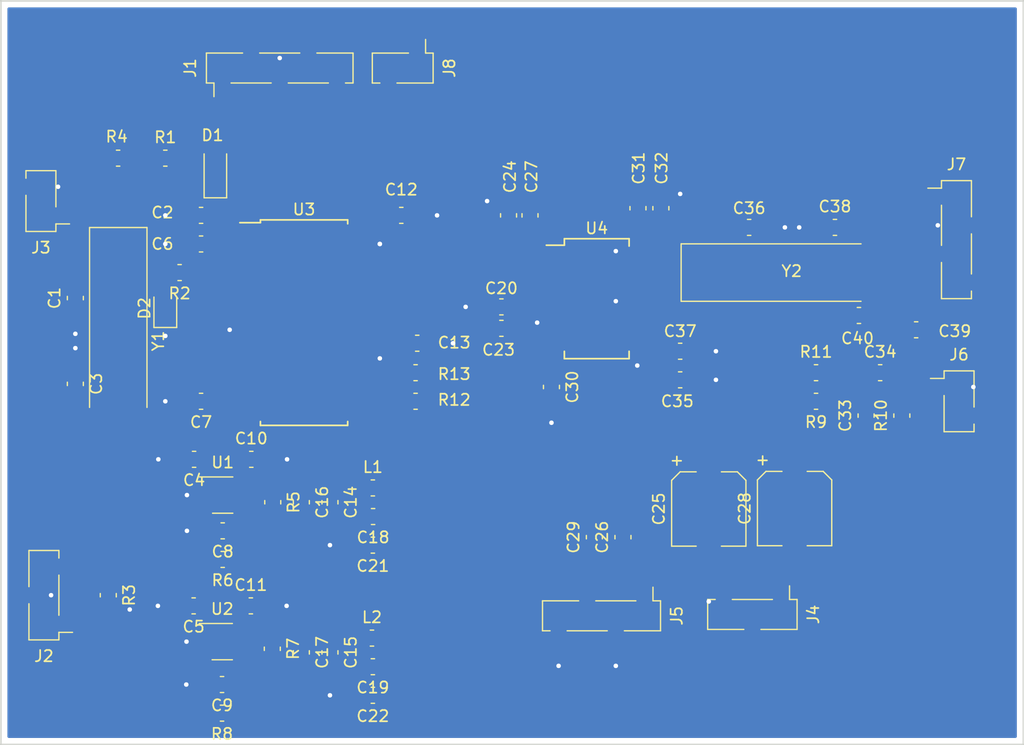
<source format=kicad_pcb>
(kicad_pcb (version 20171130) (host pcbnew 5.0.0-rc2-dev-unknown-5ef715f~63~ubuntu17.10.1)
  (layers (0 F.Cu signal) (31 B.Cu signal) (34 B.Paste user) (35 F.Paste user) (36 B.SilkS user) (37 F.SilkS user) (38 B.Mask user) (39 F.Mask user) (44 Edge.Cuts user))
  (net 0 "")
  (net 1 "Net-(C1-Pad2)")
  (net 2 GND)
  (net 3 "Net-(C2-Pad2)")
  (net 4 "Net-(C3-Pad2)")
  (net 5 VCodec)
  (net 6 /MORSE_KEY)
  (net 7 /DVDD)
  (net 8 "Net-(C8-Pad1)")
  (net 9 "Net-(C9-Pad1)")
  (net 10 "Net-(C10-Pad1)")
  (net 11 "Net-(C11-Pad1)")
  (net 12 /AVDD)
  (net 13 "Net-(C13-Pad1)")
  (net 14 "Net-(C25-Pad1)")
  (net 15 "Net-(C25-Pad2)")
  (net 16 "Net-(C26-Pad1)")
  (net 17 "Net-(C26-Pad2)")
  (net 18 "Net-(C28-Pad2)")
  (net 19 "Net-(C28-Pad1)")
  (net 20 "Net-(C29-Pad2)")
  (net 21 "Net-(C29-Pad1)")
  (net 22 "Net-(C33-Pad2)")
  (net 23 "Net-(C34-Pad1)")
  (net 24 "Net-(C35-Pad1)")
  (net 25 "Net-(C36-Pad2)")
  (net 26 "Net-(C38-Pad2)")
  (net 27 /AUDIO_Q_IN)
  (net 28 "Net-(C39-Pad1)")
  (net 29 "Net-(C40-Pad1)")
  (net 30 /AUDIO_I_IN)
  (net 31 "Net-(D1-Pad2)")
  (net 32 "Net-(D2-Pad2)")
  (net 33 /PGD)
  (net 34 /PGC)
  (net 35 CODEC_ENABLE)
  (net 36 "Net-(R2-Pad1)")
  (net 37 "Net-(R5-Pad2)")
  (net 38 "Net-(R7-Pad2)")
  (net 39 /MIC_BIAS)
  (net 40 /MIC_IN)
  (net 41 /SCL)
  (net 42 /SDA)
  (net 43 /CSCK)
  (net 44 /CSDO)
  (net 45 /COFS)
  (net 46 /CSDI)
  (net 47 "Net-(U3-Pad16)")
  (net 48 "Net-(U3-Pad15)")
  (net 49 "Net-(U3-Pad14)")
  (net 50 "Net-(U3-Pad12)")
  (net 51 "Net-(U3-Pad11)")
  (net 52 "Net-(U3-Pad7)")
  (net 53 "Net-(U3-Pad6)")
  (net 54 "Net-(U3-Pad5)")
  (net 55 "Net-(U3-Pad4)")
  (net 56 "Net-(U4-Pad2)")
  (module Package_SO:SSOP-28_5.3x10.2mm_P0.65mm (layer F.Cu) (at 103.715 51.215)
    (fp_text reference U4 (at 0 -6.25) (layer F.SilkS))
    (fp_text value WM8731)
    (pad 1 smd rect (at -3.6 -4.225) (size 1.75 0.45) (layers F.Cu F.Paste F.Mask) (net 7 /DVDD))
    (pad 2 smd rect (at -3.6 -3.575) (size 1.75 0.45) (layers F.Cu F.Paste F.Mask) (net 56 "Net-(U4-Pad2)"))
    (pad 3 smd rect (at -3.6 -2.925) (size 1.75 0.45) (layers F.Cu F.Paste F.Mask) (net 43 /CSCK))
    (pad 4 smd rect (at -3.6 -2.275) (size 1.75 0.45) (layers F.Cu F.Paste F.Mask) (net 44 /CSDO))
    (pad 5 smd rect (at -3.6 -1.625) (size 1.75 0.45) (layers F.Cu F.Paste F.Mask) (net 45 /COFS))
    (pad 6 smd rect (at -3.6 -0.975) (size 1.75 0.45) (layers F.Cu F.Paste F.Mask) (net 46 /CSDI))
    (pad 7 smd rect (at -3.6 -0.325) (size 1.75 0.45) (layers F.Cu F.Paste F.Mask) (net 45 /COFS))
    (pad 8 smd rect (at -3.6 0.325) (size 1.75 0.45) (layers F.Cu F.Paste F.Mask) (net 7 /DVDD))
    (pad 9 smd rect (at -3.6 0.975) (size 1.75 0.45) (layers F.Cu F.Paste F.Mask) (net 19 "Net-(C28-Pad1)"))
    (pad 10 smd rect (at -3.6 1.625) (size 1.75 0.45) (layers F.Cu F.Paste F.Mask) (net 14 "Net-(C25-Pad1)"))
    (pad 11 smd rect (at -3.6 2.275) (size 1.75 0.45) (layers F.Cu F.Paste F.Mask) (net 2 GND))
    (pad 12 smd rect (at -3.6 2.925) (size 1.75 0.45) (layers F.Cu F.Paste F.Mask) (net 17 "Net-(C26-Pad2)"))
    (pad 13 smd rect (at -3.6 3.575) (size 1.75 0.45) (layers F.Cu F.Paste F.Mask) (net 20 "Net-(C29-Pad2)"))
    (pad 14 smd rect (at -3.6 4.225) (size 1.75 0.45) (layers F.Cu F.Paste F.Mask) (net 12 /AVDD))
    (pad 15 smd rect (at 3.6 4.225) (size 1.75 0.45) (layers F.Cu F.Paste F.Mask) (net 2 GND))
    (pad 16 smd rect (at 3.6 3.575) (size 1.75 0.45) (layers F.Cu F.Paste F.Mask) (net 24 "Net-(C35-Pad1)"))
    (pad 17 smd rect (at 3.6 2.925) (size 1.75 0.45) (layers F.Cu F.Paste F.Mask) (net 39 /MIC_BIAS))
    (pad 18 smd rect (at 3.6 2.275) (size 1.75 0.45) (layers F.Cu F.Paste F.Mask) (net 40 /MIC_IN))
    (pad 19 smd rect (at 3.6 1.625) (size 1.75 0.45) (layers F.Cu F.Paste F.Mask) (net 28 "Net-(C39-Pad1)"))
    (pad 20 smd rect (at 3.6 0.975) (size 1.75 0.45) (layers F.Cu F.Paste F.Mask) (net 29 "Net-(C40-Pad1)"))
    (pad 21 smd rect (at 3.6 0.325) (size 1.75 0.45) (layers F.Cu F.Paste F.Mask) (net 2 GND))
    (pad 22 smd rect (at 3.6 -0.325) (size 1.75 0.45) (layers F.Cu F.Paste F.Mask) (net 2 GND))
    (pad 23 smd rect (at 3.6 -0.975) (size 1.75 0.45) (layers F.Cu F.Paste F.Mask) (net 42 /SDA))
    (pad 24 smd rect (at 3.6 -1.625) (size 1.75 0.45) (layers F.Cu F.Paste F.Mask) (net 41 /SCL))
    (pad 25 smd rect (at 3.6 -2.275) (size 1.75 0.45) (layers F.Cu F.Paste F.Mask) (net 26 "Net-(C38-Pad2)"))
    (pad 26 smd rect (at 3.6 -2.925) (size 1.75 0.45) (layers F.Cu F.Paste F.Mask) (net 25 "Net-(C36-Pad2)"))
    (pad 27 smd rect (at 3.6 -3.575) (size 1.75 0.45) (layers F.Cu F.Paste F.Mask) (net 7 /DVDD))
    (pad 28 smd rect (at 3.6 -4.225) (size 1.75 0.45) (layers F.Cu F.Paste F.Mask) (net 2 GND))
  )
  (module Connector_PinSocket_2.54mm:PinSocket_1x02_P2.54mm_Vertical_SMD_Pin1Left (layer F.Cu) (at 86.487 30.734 270)
    (fp_text reference J8 (at 0 -4.14 270) (layer F.SilkS))
    (fp_text value I2C)
    (pad 1 smd rect (at -1.65 -1.27 270) (size 1.9 1) (layers F.Cu F.Paste F.Mask) (net 41 /SCL))
    (pad 2 smd rect (at 1.65 1.27 270) (size 1.9 1) (layers F.Cu F.Paste F.Mask) (net 42 /SDA))
  )
  (module Connector_PinSocket_2.54mm:PinSocket_1x02_P2.54mm_Vertical_SMD_Pin1Left (layer F.Cu) (at 54.36 42.545 180)
    (fp_text reference J3 (at 0 -4.14 180) (layer F.SilkS))
    (fp_text value MORSE_KEY)
    (pad 1 smd rect (at -1.65 -1.27 180) (size 1.9 1) (layers F.Cu F.Paste F.Mask) (net 6 /MORSE_KEY))
    (pad 2 smd rect (at 1.65 1.27 180) (size 1.9 1) (layers F.Cu F.Paste F.Mask) (net 2 GND))
  )
  (module Capacitor_SMD:C_0805_2012Metric_Pad1.15x1.50mm_HandSolder (layer F.Cu) (at 111.125 55.88 180)
    (fp_text reference C37 (at 0 1.778 180) (layer F.SilkS))
    (fp_text value 0.1)
    (pad 2 smd rect (at 1.0425 0 180) (size 1.145 1.5) (layers F.Cu F.Paste F.Mask) (net 24 "Net-(C35-Pad1)"))
    (pad 1 smd rect (at -1.0425 0 180) (size 1.145 1.5) (layers F.Cu F.Paste F.Mask) (net 2 GND))
  )
  (module Capacitor_SMD:C_0805_2012Metric_Pad1.15x1.50mm_HandSolder (layer F.Cu) (at 111.125 58.42)
    (fp_text reference C35 (at -0.254 1.905) (layer F.SilkS))
    (fp_text value 10u)
    (pad 1 smd rect (at -1.0425 0) (size 1.145 1.5) (layers F.Cu F.Paste F.Mask) (net 24 "Net-(C35-Pad1)"))
    (pad 2 smd rect (at 1.0425 0) (size 1.145 1.5) (layers F.Cu F.Paste F.Mask) (net 2 GND))
  )
  (module Capacitor_SMD:C_0805_2012Metric_Pad1.15x1.50mm_HandSolder (layer F.Cu) (at 67.960365 65.478951 180)
    (fp_text reference C4 (at 0 -1.85 180) (layer F.SilkS))
    (fp_text value 0.1)
    (pad 1 smd rect (at -1.0425 0 180) (size 1.145 1.5) (layers F.Cu F.Paste F.Mask) (net 5 VCodec))
    (pad 2 smd rect (at 1.0425 0 180) (size 1.145 1.5) (layers F.Cu F.Paste F.Mask) (net 2 GND))
  )
  (module Capacitor_SMD:C_0805_2012Metric_Pad1.15x1.50mm_HandSolder (layer F.Cu) (at 70.500365 71.828951 180)
    (fp_text reference C8 (at 0 -1.85 180) (layer F.SilkS))
    (fp_text value 0.01)
    (pad 2 smd rect (at 1.0425 0 180) (size 1.145 1.5) (layers F.Cu F.Paste F.Mask) (net 2 GND))
    (pad 1 smd rect (at -1.0425 0 180) (size 1.145 1.5) (layers F.Cu F.Paste F.Mask) (net 8 "Net-(C8-Pad1)"))
  )
  (module Capacitor_SMD:C_0805_2012Metric_Pad1.15x1.50mm_HandSolder (layer F.Cu) (at 83.855365 70.558951 180)
    (fp_text reference C18 (at 0 -1.85 180) (layer F.SilkS))
    (fp_text value 0.1)
    (pad 1 smd rect (at -1.0425 0 180) (size 1.145 1.5) (layers F.Cu F.Paste F.Mask) (net 7 /DVDD))
    (pad 2 smd rect (at 1.0425 0 180) (size 1.145 1.5) (layers F.Cu F.Paste F.Mask) (net 2 GND))
  )
  (module Capacitor_SMD:C_0805_2012Metric_Pad1.15x1.50mm_HandSolder (layer F.Cu) (at 73.040365 65.478951)
    (fp_text reference C10 (at 0 -1.85) (layer F.SilkS))
    (fp_text value 10u)
    (pad 2 smd rect (at 1.0425 0) (size 1.145 1.5) (layers F.Cu F.Paste F.Mask) (net 2 GND))
    (pad 1 smd rect (at -1.0425 0) (size 1.145 1.5) (layers F.Cu F.Paste F.Mask) (net 10 "Net-(C10-Pad1)"))
  )
  (module Capacitor_SMD:C_0805_2012Metric_Pad1.15x1.50mm_HandSolder (layer F.Cu) (at 73.000999 78.492217)
    (fp_text reference C11 (at 0 -1.85) (layer F.SilkS))
    (fp_text value 10u)
    (pad 1 smd rect (at -1.0425 0) (size 1.145 1.5) (layers F.Cu F.Paste F.Mask) (net 11 "Net-(C11-Pad1)"))
    (pad 2 smd rect (at 1.0425 0) (size 1.145 1.5) (layers F.Cu F.Paste F.Mask) (net 2 GND))
  )
  (module Capacitor_SMD:C_0805_2012Metric_Pad1.15x1.50mm_HandSolder (layer F.Cu) (at 80.025365 69.288951 270)
    (fp_text reference C14 (at 0 -1.85 270) (layer F.SilkS))
    (fp_text value 0.1)
    (pad 2 smd rect (at 1.0425 0 270) (size 1.145 1.5) (layers F.Cu F.Paste F.Mask) (net 2 GND))
    (pad 1 smd rect (at -1.0425 0 270) (size 1.145 1.5) (layers F.Cu F.Paste F.Mask) (net 10 "Net-(C10-Pad1)"))
  )
  (module Capacitor_SMD:C_0805_2012Metric_Pad1.15x1.50mm_HandSolder (layer F.Cu) (at 80.025365 82.623951 270)
    (fp_text reference C15 (at 0 -1.85 270) (layer F.SilkS))
    (fp_text value 0.1)
    (pad 1 smd rect (at -1.0425 0 270) (size 1.145 1.5) (layers F.Cu F.Paste F.Mask) (net 11 "Net-(C11-Pad1)"))
    (pad 2 smd rect (at 1.0425 0 270) (size 1.145 1.5) (layers F.Cu F.Paste F.Mask) (net 2 GND))
  )
  (module Capacitor_SMD:C_0805_2012Metric_Pad1.15x1.50mm_HandSolder (layer F.Cu) (at 77.485365 69.288951 270)
    (fp_text reference C16 (at 0 -1.85 270) (layer F.SilkS))
    (fp_text value 100)
    (pad 2 smd rect (at 1.0425 0 270) (size 1.145 1.5) (layers F.Cu F.Paste F.Mask) (net 2 GND))
    (pad 1 smd rect (at -1.0425 0 270) (size 1.145 1.5) (layers F.Cu F.Paste F.Mask) (net 10 "Net-(C10-Pad1)"))
  )
  (module Capacitor_SMD:C_0805_2012Metric_Pad1.15x1.50mm_HandSolder (layer F.Cu) (at 77.485365 82.623951 270)
    (fp_text reference C17 (at 0 -1.85 270) (layer F.SilkS))
    (fp_text value 100)
    (pad 1 smd rect (at -1.0425 0 270) (size 1.145 1.5) (layers F.Cu F.Paste F.Mask) (net 11 "Net-(C11-Pad1)"))
    (pad 2 smd rect (at 1.0425 0 270) (size 1.145 1.5) (layers F.Cu F.Paste F.Mask) (net 2 GND))
  )
  (module Capacitor_SMD:C_0805_2012Metric_Pad1.15x1.50mm_HandSolder (layer F.Cu) (at 70.440999 85.477217 180)
    (fp_text reference C9 (at 0 -1.85 180) (layer F.SilkS))
    (fp_text value 0.01)
    (pad 2 smd rect (at 1.0425 0 180) (size 1.145 1.5) (layers F.Cu F.Paste F.Mask) (net 2 GND))
    (pad 1 smd rect (at -1.0425 0 180) (size 1.145 1.5) (layers F.Cu F.Paste F.Mask) (net 9 "Net-(C9-Pad1)"))
  )
  (module Capacitor_SMD:C_0805_2012Metric_Pad1.15x1.50mm_HandSolder (layer F.Cu) (at 132.08 53.975)
    (fp_text reference C39 (at 3.429 0.127) (layer F.SilkS))
    (fp_text value 0.47)
    (pad 1 smd rect (at -1.0425 0) (size 1.145 1.5) (layers F.Cu F.Paste F.Mask) (net 28 "Net-(C39-Pad1)"))
    (pad 2 smd rect (at 1.0425 0) (size 1.145 1.5) (layers F.Cu F.Paste F.Mask) (net 27 /AUDIO_Q_IN))
  )
  (module Capacitor_SMD:C_0805_2012Metric_Pad1.15x1.50mm_HandSolder (layer F.Cu) (at 127 52.705)
    (fp_text reference C40 (at -0.127 2.032) (layer F.SilkS))
    (fp_text value 0.47)
    (pad 2 smd rect (at 1.0425 0) (size 1.145 1.5) (layers F.Cu F.Paste F.Mask) (net 30 /AUDIO_I_IN))
    (pad 1 smd rect (at -1.0425 0) (size 1.145 1.5) (layers F.Cu F.Paste F.Mask) (net 29 "Net-(C40-Pad1)"))
  )
  (module Capacitor_SMD:C_0805_2012Metric_Pad1.15x1.50mm_HandSolder (layer F.Cu) (at 117.248868 44.884106 180)
    (fp_text reference C36 (at 0 1.704106 180) (layer F.SilkS))
    (fp_text value 22p)
    (pad 1 smd rect (at -1.0425 0 180) (size 1.145 1.5) (layers F.Cu F.Paste F.Mask) (net 2 GND))
    (pad 2 smd rect (at 1.0425 0 180) (size 1.145 1.5) (layers F.Cu F.Paste F.Mask) (net 25 "Net-(C36-Pad2)"))
  )
  (module Capacitor_SMD:C_0805_2012Metric_Pad1.15x1.50mm_HandSolder (layer F.Cu) (at 67.920999 78.492217 180)
    (fp_text reference C5 (at 0 -1.85 180) (layer F.SilkS))
    (fp_text value 0.1)
    (pad 2 smd rect (at 1.0425 0 180) (size 1.145 1.5) (layers F.Cu F.Paste F.Mask) (net 2 GND))
    (pad 1 smd rect (at -1.0425 0 180) (size 1.145 1.5) (layers F.Cu F.Paste F.Mask) (net 5 VCodec))
  )
  (module Capacitor_SMD:C_0805_2012Metric_Pad1.15x1.50mm_HandSolder (layer F.Cu) (at 83.835365 83.893951 180)
    (fp_text reference C19 (at 0 -1.85 180) (layer F.SilkS))
    (fp_text value 0.1)
    (pad 1 smd rect (at -1.0425 0 180) (size 1.145 1.5) (layers F.Cu F.Paste F.Mask) (net 12 /AVDD))
    (pad 2 smd rect (at 1.0425 0 180) (size 1.145 1.5) (layers F.Cu F.Paste F.Mask) (net 2 GND))
  )
  (module Capacitor_SMD:C_0805_2012Metric_Pad1.15x1.50mm_HandSolder (layer F.Cu) (at 83.835365 73.098951 180)
    (fp_text reference C21 (at 0 -1.85 180) (layer F.SilkS))
    (fp_text value 100)
    (pad 2 smd rect (at 1.0425 0 180) (size 1.145 1.5) (layers F.Cu F.Paste F.Mask) (net 2 GND))
    (pad 1 smd rect (at -1.0425 0 180) (size 1.145 1.5) (layers F.Cu F.Paste F.Mask) (net 7 /DVDD))
  )
  (module Capacitor_SMD:C_0805_2012Metric_Pad1.15x1.50mm_HandSolder (layer F.Cu) (at 124.868868 44.884106)
    (fp_text reference C38 (at 0 -1.85) (layer F.SilkS))
    (fp_text value 22p)
    (pad 1 smd rect (at -1.0425 0) (size 1.145 1.5) (layers F.Cu F.Paste F.Mask) (net 2 GND))
    (pad 2 smd rect (at 1.0425 0) (size 1.145 1.5) (layers F.Cu F.Paste F.Mask) (net 26 "Net-(C38-Pad2)"))
  )
  (module Capacitor_SMD:C_0805_2012Metric_Pad1.15x1.50mm_HandSolder (layer F.Cu) (at 83.835365 86.433951 180)
    (fp_text reference C22 (at 0 -1.85 180) (layer F.SilkS))
    (fp_text value 100)
    (pad 2 smd rect (at 1.0425 0 180) (size 1.145 1.5) (layers F.Cu F.Paste F.Mask) (net 2 GND))
    (pad 1 smd rect (at -1.0425 0 180) (size 1.145 1.5) (layers F.Cu F.Paste F.Mask) (net 12 /AVDD))
  )
  (module Capacitor_SMD:C_0805_2012Metric_Pad1.15x1.50mm_HandSolder (layer F.Cu) (at 95.885 43.815 90)
    (fp_text reference C24 (at 3.429 0.127 90) (layer F.SilkS))
    (fp_text value 10u)
    (pad 1 smd rect (at -1.0425 0 90) (size 1.145 1.5) (layers F.Cu F.Paste F.Mask) (net 7 /DVDD))
    (pad 2 smd rect (at 1.0425 0 90) (size 1.145 1.5) (layers F.Cu F.Paste F.Mask) (net 2 GND))
  )
  (module Capacitor_SMD:C_0805_2012Metric_Pad1.15x1.50mm_HandSolder (layer F.Cu) (at 97.79 43.815 270)
    (fp_text reference C27 (at -3.429 -0.127 270) (layer F.SilkS))
    (fp_text value 0.1)
    (pad 2 smd rect (at 1.0425 0 270) (size 1.145 1.5) (layers F.Cu F.Paste F.Mask) (net 7 /DVDD))
    (pad 1 smd rect (at -1.0425 0 270) (size 1.145 1.5) (layers F.Cu F.Paste F.Mask) (net 2 GND))
  )
  (module Capacitor_SMD:C_0805_2012Metric_Pad1.15x1.50mm_HandSolder (layer F.Cu) (at 103.505 72.39 90)
    (fp_text reference C29 (at 0 -1.85 90) (layer F.SilkS))
    (fp_text value 0.47)
    (pad 1 smd rect (at -1.0425 0 90) (size 1.145 1.5) (layers F.Cu F.Paste F.Mask) (net 21 "Net-(C29-Pad1)"))
    (pad 2 smd rect (at 1.0425 0 90) (size 1.145 1.5) (layers F.Cu F.Paste F.Mask) (net 20 "Net-(C29-Pad2)"))
  )
  (module Capacitor_SMD:C_0805_2012Metric_Pad1.15x1.50mm_HandSolder (layer F.Cu) (at 99.695 59.055 270)
    (fp_text reference C30 (at 0 -1.85 270) (layer F.SilkS))
    (fp_text value 0.1)
    (pad 2 smd rect (at 1.0425 0 270) (size 1.145 1.5) (layers F.Cu F.Paste F.Mask) (net 2 GND))
    (pad 1 smd rect (at -1.0425 0 270) (size 1.145 1.5) (layers F.Cu F.Paste F.Mask) (net 12 /AVDD))
  )
  (module Capacitor_SMD:C_0805_2012Metric_Pad1.15x1.50mm_HandSolder (layer F.Cu) (at 109.411469 43.18 90)
    (fp_text reference C31 (at 3.556 -1.969469 90) (layer F.SilkS))
    (fp_text value 10u)
    (pad 1 smd rect (at -1.0425 0 90) (size 1.145 1.5) (layers F.Cu F.Paste F.Mask) (net 7 /DVDD))
    (pad 2 smd rect (at 1.0425 0 90) (size 1.145 1.5) (layers F.Cu F.Paste F.Mask) (net 2 GND))
  )
  (module Capacitor_SMD:C_0805_2012Metric_Pad1.15x1.50mm_HandSolder (layer F.Cu) (at 107.376903 43.18 270)
    (fp_text reference C32 (at -3.556 -2.097097 270) (layer F.SilkS))
    (fp_text value 0.1)
    (pad 2 smd rect (at 1.0425 0 270) (size 1.145 1.5) (layers F.Cu F.Paste F.Mask) (net 7 /DVDD))
    (pad 1 smd rect (at -1.0425 0 270) (size 1.145 1.5) (layers F.Cu F.Paste F.Mask) (net 2 GND))
  )
  (module Capacitor_SMD:C_0805_2012Metric_Pad1.15x1.50mm_HandSolder (layer F.Cu) (at 127.635 61.595 90)
    (fp_text reference C33 (at 0 -1.85 90) (layer F.SilkS))
    (fp_text value 220)
    (pad 1 smd rect (at -1.0425 0 90) (size 1.145 1.5) (layers F.Cu F.Paste F.Mask) (net 2 GND))
    (pad 2 smd rect (at 1.0425 0 90) (size 1.145 1.5) (layers F.Cu F.Paste F.Mask) (net 22 "Net-(C33-Pad2)"))
  )
  (module Capacitor_SMD:C_0805_2012Metric_Pad1.15x1.50mm_HandSolder (layer F.Cu) (at 128.885 57.785)
    (fp_text reference C34 (at 0 -1.85) (layer F.SilkS))
    (fp_text value 1u)
    (pad 2 smd rect (at 1.0425 0) (size 1.145 1.5) (layers F.Cu F.Paste F.Mask) (net 22 "Net-(C33-Pad2)"))
    (pad 1 smd rect (at -1.0425 0) (size 1.145 1.5) (layers F.Cu F.Paste F.Mask) (net 23 "Net-(C34-Pad1)"))
  )
  (module Capacitor_SMD:C_0805_2012Metric_Pad1.15x1.50mm_HandSolder (layer F.Cu) (at 106.045 72.39 90)
    (fp_text reference C26 (at 0 -1.85 90) (layer F.SilkS))
    (fp_text value 0.47)
    (pad 1 smd rect (at -1.0425 0 90) (size 1.145 1.5) (layers F.Cu F.Paste F.Mask) (net 16 "Net-(C26-Pad1)"))
    (pad 2 smd rect (at 1.0425 0 90) (size 1.145 1.5) (layers F.Cu F.Paste F.Mask) (net 17 "Net-(C26-Pad2)"))
  )
  (module Package_SO:SOIC-28W_7.5x17.9mm_P1.27mm (layer F.Cu) (at 77.725 53.34)
    (fp_text reference U3 (at 0 -10.05) (layer F.SilkS))
    (fp_text value dsPIC33FJ128GP202)
    (pad 1 smd rect (at -4.7 -8.255) (size 2 0.6) (layers F.Cu F.Paste F.Mask) (net 3 "Net-(C2-Pad2)"))
    (pad 2 smd rect (at -4.7 -6.985) (size 2 0.6) (layers F.Cu F.Paste F.Mask) (net 6 /MORSE_KEY))
    (pad 3 smd rect (at -4.7 -5.715) (size 2 0.6) (layers F.Cu F.Paste F.Mask) (net 36 "Net-(R2-Pad1)"))
    (pad 4 smd rect (at -4.7 -4.445) (size 2 0.6) (layers F.Cu F.Paste F.Mask) (net 55 "Net-(U3-Pad4)"))
    (pad 5 smd rect (at -4.7 -3.175) (size 2 0.6) (layers F.Cu F.Paste F.Mask) (net 54 "Net-(U3-Pad5)"))
    (pad 6 smd rect (at -4.7 -1.905) (size 2 0.6) (layers F.Cu F.Paste F.Mask) (net 53 "Net-(U3-Pad6)"))
    (pad 7 smd rect (at -4.7 -0.635) (size 2 0.6) (layers F.Cu F.Paste F.Mask) (net 52 "Net-(U3-Pad7)"))
    (pad 8 smd rect (at -4.7 0.635) (size 2 0.6) (layers F.Cu F.Paste F.Mask) (net 2 GND))
    (pad 9 smd rect (at -4.7 1.905) (size 2 0.6) (layers F.Cu F.Paste F.Mask) (net 1 "Net-(C1-Pad2)"))
    (pad 10 smd rect (at -4.7 3.175) (size 2 0.6) (layers F.Cu F.Paste F.Mask) (net 4 "Net-(C3-Pad2)"))
    (pad 11 smd rect (at -4.7 4.445) (size 2 0.6) (layers F.Cu F.Paste F.Mask) (net 51 "Net-(U3-Pad11)"))
    (pad 12 smd rect (at -4.7 5.715) (size 2 0.6) (layers F.Cu F.Paste F.Mask) (net 50 "Net-(U3-Pad12)"))
    (pad 13 smd rect (at -4.7 6.985) (size 2 0.6) (layers F.Cu F.Paste F.Mask) (net 7 /DVDD))
    (pad 14 smd rect (at -4.7 8.255) (size 2 0.6) (layers F.Cu F.Paste F.Mask) (net 49 "Net-(U3-Pad14)"))
    (pad 15 smd rect (at 4.7 8.255) (size 2 0.6) (layers F.Cu F.Paste F.Mask) (net 48 "Net-(U3-Pad15)"))
    (pad 16 smd rect (at 4.7 6.985) (size 2 0.6) (layers F.Cu F.Paste F.Mask) (net 47 "Net-(U3-Pad16)"))
    (pad 17 smd rect (at 4.7 5.715) (size 2 0.6) (layers F.Cu F.Paste F.Mask) (net 41 /SCL))
    (pad 18 smd rect (at 4.7 4.445) (size 2 0.6) (layers F.Cu F.Paste F.Mask) (net 42 /SDA))
    (pad 19 smd rect (at 4.7 3.175) (size 2 0.6) (layers F.Cu F.Paste F.Mask) (net 2 GND))
    (pad 20 smd rect (at 4.7 1.905) (size 2 0.6) (layers F.Cu F.Paste F.Mask) (net 13 "Net-(C13-Pad1)"))
    (pad 21 smd rect (at 4.7 0.635) (size 2 0.6) (layers F.Cu F.Paste F.Mask) (net 33 /PGD))
    (pad 22 smd rect (at 4.7 -0.635) (size 2 0.6) (layers F.Cu F.Paste F.Mask) (net 34 /PGC))
    (pad 23 smd rect (at 4.7 -1.905) (size 2 0.6) (layers F.Cu F.Paste F.Mask) (net 46 /CSDI))
    (pad 24 smd rect (at 4.7 -3.175) (size 2 0.6) (layers F.Cu F.Paste F.Mask) (net 45 /COFS))
    (pad 25 smd rect (at 4.7 -4.445) (size 2 0.6) (layers F.Cu F.Paste F.Mask) (net 44 /CSDO))
    (pad 26 smd rect (at 4.7 -5.715) (size 2 0.6) (layers F.Cu F.Paste F.Mask) (net 43 /CSCK))
    (pad 27 smd rect (at 4.7 -6.985) (size 2 0.6) (layers F.Cu F.Paste F.Mask) (net 2 GND))
    (pad 28 smd rect (at 4.7 -8.255) (size 2 0.6) (layers F.Cu F.Paste F.Mask) (net 12 /AVDD))
  )
  (module Capacitor_SMD:CP_Elec_6.3x7.7 (layer F.Cu) (at 113.665 69.888993 270)
    (fp_text reference C25 (at 0 4.43 270) (layer F.SilkS))
    (fp_text value EMVE160ADA221MF80G)
    (fp_text user + (at -4.28 2.91 270) (layer F.SilkS))
    (pad 2 smd rect (at 2.7 0 90) (size 3.5 1.6) (layers F.Cu F.Paste F.Mask) (net 15 "Net-(C25-Pad2)"))
    (pad 1 smd rect (at -2.7 0 90) (size 3.5 1.6) (layers F.Cu F.Paste F.Mask) (net 14 "Net-(C25-Pad1)"))
  )
  (module Capacitor_SMD:CP_Elec_6.3x7.7 (layer F.Cu) (at 121.285 69.85 270)
    (fp_text reference C28 (at 0 4.43 270) (layer F.SilkS))
    (fp_text value EMVE160ADA221MF80G)
    (fp_text user + (at -4.28 2.91 270) (layer F.SilkS))
    (pad 1 smd rect (at -2.7 0 90) (size 3.5 1.6) (layers F.Cu F.Paste F.Mask) (net 19 "Net-(C28-Pad1)"))
    (pad 2 smd rect (at 2.7 0 90) (size 3.5 1.6) (layers F.Cu F.Paste F.Mask) (net 18 "Net-(C28-Pad2)"))
  )
  (module Capacitor_SMD:C_0805_2012Metric_Pad1.15x1.50mm_HandSolder (layer F.Cu) (at 86.36 43.815 180)
    (fp_text reference C12 (at 0 2.286 180) (layer F.SilkS))
    (fp_text value 0.1)
    (pad 1 smd rect (at -1.0425 0 180) (size 1.145 1.5) (layers F.Cu F.Paste F.Mask) (net 2 GND))
    (pad 2 smd rect (at 1.0425 0 180) (size 1.145 1.5) (layers F.Cu F.Paste F.Mask) (net 12 /AVDD))
  )
  (module Capacitor_SMD:C_0805_2012Metric_Pad1.15x1.50mm_HandSolder (layer F.Cu) (at 68.58 43.815)
    (fp_text reference C2 (at -3.429 -0.254) (layer F.SilkS))
    (fp_text value 0.1)
    (pad 2 smd rect (at 1.0425 0) (size 1.145 1.5) (layers F.Cu F.Paste F.Mask) (net 3 "Net-(C2-Pad2)"))
    (pad 1 smd rect (at -1.0425 0) (size 1.145 1.5) (layers F.Cu F.Paste F.Mask) (net 2 GND))
  )
  (module Capacitor_SMD:C_0805_2012Metric_Pad1.15x1.50mm_HandSolder (layer F.Cu) (at 57.416868 51.158578 90)
    (fp_text reference C1 (at 0 -1.85 90) (layer F.SilkS))
    (fp_text value 18p)
    (pad 1 smd rect (at -1.0425 0 90) (size 1.145 1.5) (layers F.Cu F.Paste F.Mask) (net 2 GND))
    (pad 2 smd rect (at 1.0425 0 90) (size 1.145 1.5) (layers F.Cu F.Paste F.Mask) (net 1 "Net-(C1-Pad2)"))
  )
  (module Capacitor_SMD:C_0805_2012Metric_Pad1.15x1.50mm_HandSolder (layer F.Cu) (at 68.58 46.355)
    (fp_text reference C6 (at -3.429 0) (layer F.SilkS))
    (fp_text value 0.1)
    (pad 2 smd rect (at 1.0425 0) (size 1.145 1.5) (layers F.Cu F.Paste F.Mask) (net 6 /MORSE_KEY))
    (pad 1 smd rect (at -1.0425 0) (size 1.145 1.5) (layers F.Cu F.Paste F.Mask) (net 2 GND))
  )
  (module Capacitor_SMD:C_0805_2012Metric_Pad1.15x1.50mm_HandSolder (layer F.Cu) (at 68.58 60.325 180)
    (fp_text reference C7 (at 0 -1.85 180) (layer F.SilkS))
    (fp_text value 0.1)
    (pad 1 smd rect (at -1.0425 0 180) (size 1.145 1.5) (layers F.Cu F.Paste F.Mask) (net 7 /DVDD))
    (pad 2 smd rect (at 1.0425 0 180) (size 1.145 1.5) (layers F.Cu F.Paste F.Mask) (net 2 GND))
  )
  (module Capacitor_SMD:C_0805_2012Metric_Pad1.15x1.50mm_HandSolder (layer F.Cu) (at 87.774862 55.170222)
    (fp_text reference C13 (at 3.284138 -0.052222) (layer F.SilkS))
    (fp_text value 10u)
    (pad 2 smd rect (at 1.0425 0) (size 1.145 1.5) (layers F.Cu F.Paste F.Mask) (net 2 GND))
    (pad 1 smd rect (at -1.0425 0) (size 1.145 1.5) (layers F.Cu F.Paste F.Mask) (net 13 "Net-(C13-Pad1)"))
  )
  (module Capacitor_SMD:C_0805_2012Metric_Pad1.15x1.50mm_HandSolder (layer F.Cu) (at 95.25 51.943 180)
    (fp_text reference C20 (at 0 1.651 180) (layer F.SilkS))
    (fp_text value 10u)
    (pad 1 smd rect (at -1.0425 0 180) (size 1.145 1.5) (layers F.Cu F.Paste F.Mask) (net 7 /DVDD))
    (pad 2 smd rect (at 1.0425 0 180) (size 1.145 1.5) (layers F.Cu F.Paste F.Mask) (net 2 GND))
  )
  (module Capacitor_SMD:C_0805_2012Metric_Pad1.15x1.50mm_HandSolder (layer F.Cu) (at 95.25 53.848)
    (fp_text reference C23 (at -0.254 1.905) (layer F.SilkS))
    (fp_text value 0.1)
    (pad 2 smd rect (at 1.0425 0) (size 1.145 1.5) (layers F.Cu F.Paste F.Mask) (net 7 /DVDD))
    (pad 1 smd rect (at -1.0425 0) (size 1.145 1.5) (layers F.Cu F.Paste F.Mask) (net 2 GND))
  )
  (module Capacitor_SMD:C_0805_2012Metric_Pad1.15x1.50mm_HandSolder (layer F.Cu) (at 57.416868 58.778578 270)
    (fp_text reference C3 (at 0 -1.85 270) (layer F.SilkS))
    (fp_text value 18p)
    (pad 1 smd rect (at -1.0425 0 270) (size 1.145 1.5) (layers F.Cu F.Paste F.Mask) (net 2 GND))
    (pad 2 smd rect (at 1.0425 0 270) (size 1.145 1.5) (layers F.Cu F.Paste F.Mask) (net 4 "Net-(C3-Pad2)"))
  )
  (module Connector_PinSocket_2.54mm:PinSocket_1x02_P2.54mm_Vertical_SMD_Pin1Left (layer F.Cu) (at 135.89 60.325)
    (fp_text reference J6 (at 0 -4.14) (layer F.SilkS))
    (fp_text value MICROPHONE_IN)
    (pad 1 smd rect (at -1.65 -1.27) (size 1.9 1) (layers F.Cu F.Paste F.Mask) (net 22 "Net-(C33-Pad2)"))
    (pad 2 smd rect (at 1.65 1.27) (size 1.9 1) (layers F.Cu F.Paste F.Mask) (net 2 GND))
  )
  (module Connector_PinSocket_2.54mm:PinSocket_1x03_P2.54mm_Vertical_SMD_Pin1Left (layer F.Cu) (at 54.625365 77.543951 180)
    (fp_text reference J2 (at 0 -5.41 180) (layer F.SilkS))
    (fp_text value POWER)
    (pad 2 smd rect (at 1.65 0 180) (size 1.9 1) (layers F.Cu F.Paste F.Mask) (net 2 GND))
    (pad 3 smd rect (at -1.65 2.54 180) (size 1.9 1) (layers F.Cu F.Paste F.Mask) (net 35 CODEC_ENABLE))
    (pad 1 smd rect (at -1.65 -2.54 180) (size 1.9 1) (layers F.Cu F.Paste F.Mask) (net 5 VCodec))
  )
  (module Connector_PinSocket_2.54mm:PinSocket_1x03_P2.54mm_Vertical_SMD_Pin1Left (layer F.Cu) (at 117.535849 79.253993 270)
    (fp_text reference J4 (at 0 -5.41 270) (layer F.SilkS))
    (fp_text value AUDIO_OUT)
    (pad 1 smd rect (at -1.65 -2.54 270) (size 1.9 1) (layers F.Cu F.Paste F.Mask) (net 18 "Net-(C28-Pad2)"))
    (pad 3 smd rect (at -1.65 2.54 270) (size 1.9 1) (layers F.Cu F.Paste F.Mask) (net 2 GND))
    (pad 2 smd rect (at 1.65 0 270) (size 1.9 1) (layers F.Cu F.Paste F.Mask) (net 15 "Net-(C25-Pad2)"))
  )
  (module Connector_PinSocket_2.54mm:PinSocket_1x04_P2.54mm_Vertical_SMD_Pin1Left (layer F.Cu) (at 135.659301 45.968273)
    (fp_text reference J7 (at 0 -6.68) (layer F.SilkS))
    (fp_text value AUDIO_IQ_IN)
    (pad 4 smd rect (at 1.65 3.81) (size 1.9 1) (layers F.Cu F.Paste F.Mask) (net 2 GND))
    (pad 2 smd rect (at 1.65 -1.27) (size 1.9 1) (layers F.Cu F.Paste F.Mask) (net 2 GND))
    (pad 3 smd rect (at -1.65 1.27) (size 1.9 1) (layers F.Cu F.Paste F.Mask) (net 27 /AUDIO_Q_IN))
    (pad 1 smd rect (at -1.65 -3.81) (size 1.9 1) (layers F.Cu F.Paste F.Mask) (net 30 /AUDIO_I_IN))
  )
  (module Connector_PinSocket_2.54mm:PinSocket_1x04_P2.54mm_Vertical_SMD_Pin1Left (layer F.Cu) (at 104.14 79.375 270)
    (fp_text reference J5 (at 0 -6.68 270) (layer F.SilkS))
    (fp_text value TX_IQ_OUT)
    (pad 1 smd rect (at -1.65 -3.81 270) (size 1.9 1) (layers F.Cu F.Paste F.Mask) (net 16 "Net-(C26-Pad1)"))
    (pad 3 smd rect (at -1.65 1.27 270) (size 1.9 1) (layers F.Cu F.Paste F.Mask) (net 21 "Net-(C29-Pad1)"))
    (pad 2 smd rect (at 1.65 -1.27 270) (size 1.9 1) (layers F.Cu F.Paste F.Mask) (net 2 GND))
    (pad 4 smd rect (at 1.65 3.81 270) (size 1.9 1) (layers F.Cu F.Paste F.Mask) (net 2 GND))
  )
  (module Connector_PinSocket_2.54mm:PinSocket_1x05_P2.54mm_Vertical_SMD_Pin1Left (layer F.Cu) (at 75.565 30.73 90)
    (fp_text reference J1 (at 0 -7.95 90) (layer F.SilkS))
    (fp_text value ICSP)
    (pad 1 smd rect (at -1.65 -5.08 90) (size 1.9 1) (layers F.Cu F.Paste F.Mask) (net 3 "Net-(C2-Pad2)"))
    (pad 3 smd rect (at -1.65 0 90) (size 1.9 1) (layers F.Cu F.Paste F.Mask) (net 2 GND))
    (pad 5 smd rect (at -1.65 5.08 90) (size 1.9 1) (layers F.Cu F.Paste F.Mask) (net 34 /PGC))
    (pad 2 smd rect (at 1.65 -2.54 90) (size 1.9 1) (layers F.Cu F.Paste F.Mask) (net 7 /DVDD))
    (pad 4 smd rect (at 1.65 2.54 90) (size 1.9 1) (layers F.Cu F.Paste F.Mask) (net 33 /PGD))
  )
  (module Crystal:Crystal_SMD_HC49-SD_HandSoldering (layer F.Cu) (at 61.226868 54.968578 270)
    (fp_text reference Y1 (at 0 -3.55 270) (layer F.SilkS))
    (fp_text value ABLS-10.000MHZ-B2-T)
    (pad 2 smd rect (at 5.9375 0 270) (size 7.875 2) (layers F.Cu F.Paste F.Mask) (net 4 "Net-(C3-Pad2)"))
    (pad 1 smd rect (at -5.9375 0 270) (size 7.875 2) (layers F.Cu F.Paste F.Mask) (net 1 "Net-(C1-Pad2)"))
  )
  (module Crystal:Crystal_SMD_HC49-SD_HandSoldering (layer F.Cu) (at 121.285 48.895)
    (fp_text reference Y2 (at -0.254 -0.127) (layer F.SilkS))
    (fp_text value ABLS7M2-12.288MHZ-D-2Y-T)
    (pad 1 smd rect (at -5.9375 0) (size 7.875 2) (layers F.Cu F.Paste F.Mask) (net 25 "Net-(C36-Pad2)"))
    (pad 2 smd rect (at 5.9375 0) (size 7.875 2) (layers F.Cu F.Paste F.Mask) (net 26 "Net-(C38-Pad2)"))
  )
  (module Diode_SMD:D_0805_2012Metric_Pad0.97x1.50mm_HandSolder (layer F.Cu) (at 65.405 52.07 90)
    (fp_text reference D2 (at 0 -1.85 90) (layer F.SilkS))
    (fp_text value APT2012SF4C-PRV)
    (pad 1 smd rect (at -0.955 0 90) (size 0.97 1.5) (layers F.Cu F.Paste F.Mask) (net 2 GND))
    (pad 2 smd rect (at 0.955 0 90) (size 0.97 1.5) (layers F.Cu F.Paste F.Mask) (net 32 "Net-(D2-Pad2)"))
  )
  (module Diode_SMD:D_SOD-123 (layer F.Cu) (at 69.85 40.005 90)
    (fp_text reference D1 (at 3.302 -0.254 180) (layer F.SilkS))
    (fp_text value BAT42W-7-F)
    (pad 1 smd rect (at -1.65 0 90) (size 0.9 1.2) (layers F.Cu F.Paste F.Mask) (net 3 "Net-(C2-Pad2)"))
    (pad 2 smd rect (at 1.65 0 90) (size 0.9 1.2) (layers F.Cu F.Paste F.Mask) (net 31 "Net-(D1-Pad2)"))
  )
  (module Inductor_SMD:L_0805_2012Metric_Pad1.15x1.50mm_HandSolder (layer F.Cu) (at 83.835365 68.018951)
    (fp_text reference L1 (at 0 -1.85) (layer F.SilkS))
    (fp_text value DFE201210U-2R2M=P2)
    (pad 2 smd rect (at 1.0425 0) (size 1.145 1.5) (layers F.Cu F.Paste F.Mask) (net 7 /DVDD))
    (pad 1 smd rect (at -1.0425 0) (size 1.145 1.5) (layers F.Cu F.Paste F.Mask) (net 10 "Net-(C10-Pad1)"))
  )
  (module Inductor_SMD:L_0805_2012Metric_Pad1.15x1.50mm_HandSolder (layer F.Cu) (at 83.755365 81.353951)
    (fp_text reference L2 (at 0 -1.85) (layer F.SilkS))
    (fp_text value DFE201210U-2R2M=P2)
    (pad 1 smd rect (at -1.0425 0) (size 1.145 1.5) (layers F.Cu F.Paste F.Mask) (net 11 "Net-(C11-Pad1)"))
    (pad 2 smd rect (at 1.0425 0) (size 1.145 1.5) (layers F.Cu F.Paste F.Mask) (net 12 /AVDD))
  )
  (module Package_TO_SOT_SMD:SOT-23-6_Handsoldering (layer F.Cu) (at 70.460999 81.667217)
    (fp_text reference U2 (at 0 -2.9) (layer F.SilkS))
    (fp_text value TPS79301)
    (pad 5 smd rect (at 1.35 0) (size 1.56 0.65) (layers F.Cu F.Paste F.Mask) (net 38 "Net-(R7-Pad2)"))
    (pad 6 smd rect (at 1.35 -0.95) (size 1.56 0.65) (layers F.Cu F.Paste F.Mask) (net 11 "Net-(C11-Pad1)"))
    (pad 4 smd rect (at 1.35 0.95) (size 1.56 0.65) (layers F.Cu F.Paste F.Mask) (net 9 "Net-(C9-Pad1)"))
    (pad 3 smd rect (at -1.35 0.95) (size 1.56 0.65) (layers F.Cu F.Paste F.Mask) (net 35 CODEC_ENABLE))
    (pad 2 smd rect (at -1.35 0) (size 1.56 0.65) (layers F.Cu F.Paste F.Mask) (net 2 GND))
    (pad 1 smd rect (at -1.35 -0.95) (size 1.56 0.65) (layers F.Cu F.Paste F.Mask) (net 5 VCodec))
  )
  (module Package_TO_SOT_SMD:SOT-23-6_Handsoldering (layer F.Cu) (at 70.500365 68.653951)
    (fp_text reference U1 (at 0 -2.9) (layer F.SilkS))
    (fp_text value TPS79301)
    (pad 1 smd rect (at -1.35 -0.95) (size 1.56 0.65) (layers F.Cu F.Paste F.Mask) (net 5 VCodec))
    (pad 2 smd rect (at -1.35 0) (size 1.56 0.65) (layers F.Cu F.Paste F.Mask) (net 2 GND))
    (pad 3 smd rect (at -1.35 0.95) (size 1.56 0.65) (layers F.Cu F.Paste F.Mask) (net 35 CODEC_ENABLE))
    (pad 4 smd rect (at 1.35 0.95) (size 1.56 0.65) (layers F.Cu F.Paste F.Mask) (net 8 "Net-(C8-Pad1)"))
    (pad 6 smd rect (at 1.35 -0.95) (size 1.56 0.65) (layers F.Cu F.Paste F.Mask) (net 10 "Net-(C10-Pad1)"))
    (pad 5 smd rect (at 1.35 0) (size 1.56 0.65) (layers F.Cu F.Paste F.Mask) (net 37 "Net-(R5-Pad2)"))
  )
  (module Resistor_SMD:R_0805_2012Metric_Pad1.15x1.50mm_HandSolder (layer F.Cu) (at 66.675 48.895 180)
    (fp_text reference R2 (at 0 -1.85 180) (layer F.SilkS))
    (fp_text value 100)
    (pad 1 smd rect (at -1.0425 0 180) (size 1.145 1.5) (layers F.Cu F.Paste F.Mask) (net 36 "Net-(R2-Pad1)"))
    (pad 2 smd rect (at 1.0425 0 180) (size 1.145 1.5) (layers F.Cu F.Paste F.Mask) (net 32 "Net-(D2-Pad2)"))
  )
  (module Resistor_SMD:R_0805_2012Metric_Pad1.15x1.50mm_HandSolder (layer F.Cu) (at 60.340365 77.543951 270)
    (fp_text reference R3 (at 0 -1.85 270) (layer F.SilkS))
    (fp_text value 4.7K)
    (pad 2 smd rect (at 1.0425 0 270) (size 1.145 1.5) (layers F.Cu F.Paste F.Mask) (net 2 GND))
    (pad 1 smd rect (at -1.0425 0 270) (size 1.145 1.5) (layers F.Cu F.Paste F.Mask) (net 35 CODEC_ENABLE))
  )
  (module Resistor_SMD:R_0805_2012Metric_Pad1.15x1.50mm_HandSolder (layer F.Cu) (at 61.214 38.735 180)
    (fp_text reference R4 (at 0.127 1.905 180) (layer F.SilkS))
    (fp_text value 10K)
    (pad 1 smd rect (at -1.0425 0 180) (size 1.145 1.5) (layers F.Cu F.Paste F.Mask) (net 7 /DVDD))
    (pad 2 smd rect (at 1.0425 0 180) (size 1.145 1.5) (layers F.Cu F.Paste F.Mask) (net 6 /MORSE_KEY))
  )
  (module Resistor_SMD:R_0805_2012Metric_Pad1.15x1.50mm_HandSolder (layer F.Cu) (at 74.945365 69.288951 270)
    (fp_text reference R5 (at 0 -1.85 270) (layer F.SilkS))
    (fp_text value 33K)
    (pad 2 smd rect (at 1.0425 0 270) (size 1.145 1.5) (layers F.Cu F.Paste F.Mask) (net 37 "Net-(R5-Pad2)"))
    (pad 1 smd rect (at -1.0425 0 270) (size 1.145 1.5) (layers F.Cu F.Paste F.Mask) (net 10 "Net-(C10-Pad1)"))
  )
  (module Resistor_SMD:R_0805_2012Metric_Pad1.15x1.50mm_HandSolder (layer F.Cu) (at 70.500365 74.368951 180)
    (fp_text reference R6 (at 0 -1.85 180) (layer F.SilkS))
    (fp_text value 27K)
    (pad 1 smd rect (at -1.0425 0 180) (size 1.145 1.5) (layers F.Cu F.Paste F.Mask) (net 37 "Net-(R5-Pad2)"))
    (pad 2 smd rect (at 1.0425 0 180) (size 1.145 1.5) (layers F.Cu F.Paste F.Mask) (net 2 GND))
  )
  (module Resistor_SMD:R_0805_2012Metric_Pad1.15x1.50mm_HandSolder (layer F.Cu) (at 87.63 57.785 180)
    (fp_text reference R13 (at -3.429 -0.127 180) (layer F.SilkS))
    (fp_text value 4.7K)
    (pad 2 smd rect (at 1.0425 0 180) (size 1.145 1.5) (layers F.Cu F.Paste F.Mask) (net 42 /SDA))
    (pad 1 smd rect (at -1.0425 0 180) (size 1.145 1.5) (layers F.Cu F.Paste F.Mask) (net 7 /DVDD))
  )
  (module Resistor_SMD:R_0805_2012Metric_Pad1.15x1.50mm_HandSolder (layer F.Cu) (at 87.63 60.325 180)
    (fp_text reference R12 (at -3.429 0.127 180) (layer F.SilkS))
    (fp_text value 4.7K)
    (pad 1 smd rect (at -1.0425 0 180) (size 1.145 1.5) (layers F.Cu F.Paste F.Mask) (net 7 /DVDD))
    (pad 2 smd rect (at 1.0425 0 180) (size 1.145 1.5) (layers F.Cu F.Paste F.Mask) (net 41 /SCL))
  )
  (module Resistor_SMD:R_0805_2012Metric_Pad1.15x1.50mm_HandSolder (layer F.Cu) (at 123.19 57.785)
    (fp_text reference R11 (at 0 -1.85) (layer F.SilkS))
    (fp_text value Rmic)
    (pad 2 smd rect (at 1.0425 0) (size 1.145 1.5) (layers F.Cu F.Paste F.Mask) (net 23 "Net-(C34-Pad1)"))
    (pad 1 smd rect (at -1.0425 0) (size 1.145 1.5) (layers F.Cu F.Paste F.Mask) (net 40 /MIC_IN))
  )
  (module Resistor_SMD:R_0805_2012Metric_Pad1.15x1.50mm_HandSolder (layer F.Cu) (at 130.81 61.595 90)
    (fp_text reference R10 (at 0 -1.85 90) (layer F.SilkS))
    (fp_text value 47K)
    (pad 1 smd rect (at -1.0425 0 90) (size 1.145 1.5) (layers F.Cu F.Paste F.Mask) (net 2 GND))
    (pad 2 smd rect (at 1.0425 0 90) (size 1.145 1.5) (layers F.Cu F.Paste F.Mask) (net 22 "Net-(C33-Pad2)"))
  )
  (module Resistor_SMD:R_0805_2012Metric_Pad1.15x1.50mm_HandSolder (layer F.Cu) (at 123.19 60.325 180)
    (fp_text reference R9 (at 0 -1.85 180) (layer F.SilkS))
    (fp_text value 680)
    (pad 2 smd rect (at 1.0425 0 180) (size 1.145 1.5) (layers F.Cu F.Paste F.Mask) (net 39 /MIC_BIAS))
    (pad 1 smd rect (at -1.0425 0 180) (size 1.145 1.5) (layers F.Cu F.Paste F.Mask) (net 22 "Net-(C33-Pad2)"))
  )
  (module Resistor_SMD:R_0805_2012Metric_Pad1.15x1.50mm_HandSolder (layer F.Cu) (at 74.905999 82.302217 270)
    (fp_text reference R7 (at 0 -1.85 270) (layer F.SilkS))
    (fp_text value 33K)
    (pad 1 smd rect (at -1.0425 0 270) (size 1.145 1.5) (layers F.Cu F.Paste F.Mask) (net 11 "Net-(C11-Pad1)"))
    (pad 2 smd rect (at 1.0425 0 270) (size 1.145 1.5) (layers F.Cu F.Paste F.Mask) (net 38 "Net-(R7-Pad2)"))
  )
  (module Resistor_SMD:R_0805_2012Metric_Pad1.15x1.50mm_HandSolder (layer F.Cu) (at 65.405 38.735)
    (fp_text reference R1 (at 0 -1.85) (layer F.SilkS))
    (fp_text value 10K)
    (pad 2 smd rect (at 1.0425 0) (size 1.145 1.5) (layers F.Cu F.Paste F.Mask) (net 31 "Net-(D1-Pad2)"))
    (pad 1 smd rect (at -1.0425 0) (size 1.145 1.5) (layers F.Cu F.Paste F.Mask) (net 7 /DVDD))
  )
  (module Resistor_SMD:R_0805_2012Metric_Pad1.15x1.50mm_HandSolder (layer F.Cu) (at 70.440999 88.017217 180)
    (fp_text reference R8 (at 0 -1.85 180) (layer F.SilkS))
    (fp_text value 27K)
    (pad 1 smd rect (at -1.0425 0 180) (size 1.145 1.5) (layers F.Cu F.Paste F.Mask) (net 38 "Net-(R7-Pad2)"))
    (pad 2 smd rect (at 1.0425 0 180) (size 1.145 1.5) (layers F.Cu F.Paste F.Mask) (net 2 GND))
  )
  (gr_text "YO6SSW\nDSP Top V1.0" (at 121.92 38.735) (layer F.Cu) (effects (font (size 1.5 1.5) (thickness 0.3))))
  (gr_line (start 50.8 24.765) (end 50.8 24.765) (layer Edge.Cuts) (width 0.15))
  (gr_line (start 50.8 24.765) (end 50.8 24.765) (layer Edge.Cuts) (width 0.15))
  (gr_line (start 50.8 90.805) (end 50.8 24.765) (layer Edge.Cuts) (width 0.15))
  (gr_line (start 141.605 90.805) (end 50.8 90.805) (layer Edge.Cuts) (width 0.15))
  (gr_line (start 141.605 24.765) (end 141.605 90.805) (layer Edge.Cuts) (width 0.15))
  (gr_line (start 50.8 24.765) (end 141.605 24.765) (layer Edge.Cuts) (width 0.15))
  (segment (start 61.226868 49.031078) (end 61.226868 53.606868) (width 0.25) (layer F.Cu) (net 1))
  (segment (start 61.226868 53.606868) (end 62.865 55.245) (width 0.25) (layer F.Cu) (net 1))
  (segment (start 62.865 55.245) (end 71.775 55.245) (width 0.25) (layer F.Cu) (net 1))
  (segment (start 71.775 55.245) (end 73.025 55.245) (width 0.25) (layer F.Cu) (net 1))
  (segment (start 57.416868 49.908578) (end 60.349368 49.908578) (width 0.25) (layer F.Cu) (net 1))
  (segment (start 75.565 32.385) (end 75.565 29.845) (width 0.25) (layer F.Cu) (net 2))
  (via (at 75.565 29.845) (size 0.8) (drill 0.4) (layers F.Cu B.Cu) (net 2))
  (segment (start 52.705 41.275) (end 55.88 41.275) (width 0.25) (layer F.Cu) (net 2))
  (via (at 55.88 41.275) (size 0.8) (drill 0.4) (layers F.Cu B.Cu) (net 2))
  (segment (start 109.411469 41.93) (end 111.105 41.93) (width 0.25) (layer F.Cu) (net 2))
  (segment (start 111.105 41.93) (end 111.125 41.91) (width 0.25) (layer F.Cu) (net 2))
  (via (at 111.125 41.91) (size 0.8) (drill 0.4) (layers F.Cu B.Cu) (net 2))
  (segment (start 107.376903 41.93) (end 109.411469 41.93) (width 0.25) (layer F.Cu) (net 2))
  (segment (start 107.315 46.99) (end 105.41 46.99) (width 0.25) (layer F.Cu) (net 2))
  (via (at 105.41 46.99) (size 0.8) (drill 0.4) (layers F.Cu B.Cu) (net 2))
  (segment (start 65.405 53.12) (end 65.405 54.52) (width 0.25) (layer F.Cu) (net 2))
  (via (at 65.405 54.52) (size 0.8) (drill 0.4) (layers F.Cu B.Cu) (net 2))
  (segment (start 57.416868 52.408578) (end 57.416868 54.333578) (width 0.25) (layer F.Cu) (net 2))
  (via (at 57.416868 54.333578) (size 0.8) (drill 0.4) (layers F.Cu B.Cu) (net 2))
  (segment (start 57.416868 57.528578) (end 57.416868 55.603578) (width 0.25) (layer F.Cu) (net 2))
  (via (at 57.416868 55.603578) (size 0.8) (drill 0.4) (layers F.Cu B.Cu) (net 2))
  (segment (start 94 53.848) (end 94 51.943) (width 0.25) (layer F.Cu) (net 2))
  (segment (start 114.995849 77.598993) (end 114.171007 77.598993) (width 0.25) (layer F.Cu) (net 2))
  (segment (start 114.171007 77.598993) (end 113.665 78.105) (width 0.25) (layer F.Cu) (net 2))
  (via (at 113.665 78.105) (size 0.8) (drill 0.4) (layers F.Cu B.Cu) (net 2))
  (segment (start 105.41 81.03) (end 105.41 83.82) (width 0.25) (layer F.Cu) (net 2))
  (via (at 105.41 83.82) (size 0.8) (drill 0.4) (layers F.Cu B.Cu) (net 2))
  (segment (start 100.33 81.03) (end 100.33 83.82) (width 0.25) (layer F.Cu) (net 2))
  (via (at 100.33 83.82) (size 0.8) (drill 0.4) (layers F.Cu B.Cu) (net 2))
  (segment (start 60.340365 78.893951) (end 62.165365 78.893951) (width 0.25) (layer F.Cu) (net 2))
  (segment (start 62.165365 78.893951) (end 62.245365 78.813951) (width 0.25) (layer F.Cu) (net 2))
  (via (at 62.245365 78.813951) (size 0.8) (drill 0.4) (layers F.Cu B.Cu) (net 2))
  (segment (start 52.970365 77.543951) (end 55.260365 77.543951) (width 0.25) (layer F.Cu) (net 2))
  (via (at 55.260365 77.543951) (size 0.8) (drill 0.4) (layers F.Cu B.Cu) (net 2))
  (segment (start 95.885 42.565) (end 94 42.565) (width 0.25) (layer F.Cu) (net 2))
  (segment (start 94 42.565) (end 93.98 42.545) (width 0.25) (layer F.Cu) (net 2))
  (via (at 93.98 42.545) (size 0.8) (drill 0.4) (layers F.Cu B.Cu) (net 2))
  (segment (start 95.885 42.565) (end 97.79 42.565) (width 0.25) (layer F.Cu) (net 2))
  (segment (start 100.115 53.49) (end 98.575 53.49) (width 0.25) (layer F.Cu) (net 2))
  (segment (start 98.575 53.49) (end 98.425 53.34) (width 0.25) (layer F.Cu) (net 2))
  (via (at 98.425 53.34) (size 0.8) (drill 0.4) (layers F.Cu B.Cu) (net 2))
  (segment (start 99.695 60.305) (end 99.695 62.23) (width 0.25) (layer F.Cu) (net 2))
  (via (at 99.695 62.23) (size 0.8) (drill 0.4) (layers F.Cu B.Cu) (net 2))
  (segment (start 89.024862 55.170222) (end 90.949862 55.170222) (width 0.25) (layer F.Cu) (net 2))
  (via (at 90.949862 55.170222) (size 0.8) (drill 0.4) (layers F.Cu B.Cu) (net 2))
  (segment (start 87.61 43.815) (end 89.535 43.815) (width 0.25) (layer F.Cu) (net 2))
  (via (at 89.535 43.815) (size 0.8) (drill 0.4) (layers F.Cu B.Cu) (net 2))
  (segment (start 112.375 58.42) (end 114.3 58.42) (width 0.25) (layer F.Cu) (net 2))
  (via (at 114.3 58.42) (size 0.8) (drill 0.4) (layers F.Cu B.Cu) (net 2))
  (segment (start 137.545 61.595) (end 137.545 59.44) (width 0.25) (layer F.Cu) (net 2))
  (via (at 137.16 59.055) (size 0.8) (drill 0.4) (layers F.Cu B.Cu) (net 2))
  (segment (start 137.545 59.44) (end 137.16 59.055) (width 0.25) (layer F.Cu) (net 2))
  (segment (start 130.81 62.945) (end 136.945 62.945) (width 0.25) (layer F.Cu) (net 2))
  (segment (start 136.945 62.945) (end 137.545 62.345) (width 0.25) (layer F.Cu) (net 2))
  (segment (start 137.545 62.345) (end 137.545 61.595) (width 0.25) (layer F.Cu) (net 2))
  (segment (start 127.635 62.845) (end 130.71 62.845) (width 0.25) (layer F.Cu) (net 2))
  (segment (start 130.71 62.845) (end 130.81 62.945) (width 0.25) (layer F.Cu) (net 2))
  (segment (start 137.314301 44.698273) (end 134.004301 44.698273) (width 0.25) (layer F.Cu) (net 2))
  (via (at 134.004301 44.698273) (size 0.8) (drill 0.4) (layers F.Cu B.Cu) (net 2))
  (segment (start 137.314301 44.698273) (end 137.314301 49.778273) (width 0.25) (layer F.Cu) (net 2))
  (segment (start 69.110999 81.667217) (end 67.285999 81.667217) (width 0.25) (layer F.Cu) (net 2))
  (via (at 67.285999 81.667217) (size 0.8) (drill 0.4) (layers F.Cu B.Cu) (net 2))
  (segment (start 74.250999 78.492217) (end 76.175999 78.492217) (width 0.25) (layer F.Cu) (net 2))
  (via (at 76.175999 78.492217) (size 0.8) (drill 0.4) (layers F.Cu B.Cu) (net 2))
  (segment (start 69.090999 88.017217) (end 69.090999 85.577217) (width 0.25) (layer F.Cu) (net 2))
  (segment (start 69.090999 85.577217) (end 69.190999 85.477217) (width 0.25) (layer F.Cu) (net 2))
  (segment (start 66.670999 78.492217) (end 64.745999 78.492217) (width 0.25) (layer F.Cu) (net 2))
  (via (at 64.745999 78.492217) (size 0.8) (drill 0.4) (layers F.Cu B.Cu) (net 2))
  (segment (start 69.190999 85.477217) (end 67.265999 85.477217) (width 0.25) (layer F.Cu) (net 2))
  (via (at 67.265999 85.477217) (size 0.8) (drill 0.4) (layers F.Cu B.Cu) (net 2))
  (segment (start 69.150365 68.653951) (end 67.325365 68.653951) (width 0.25) (layer F.Cu) (net 2))
  (via (at 67.325365 68.653951) (size 0.8) (drill 0.4) (layers F.Cu B.Cu) (net 2))
  (segment (start 69.150365 71.928951) (end 69.250365 71.828951) (width 0.25) (layer F.Cu) (net 2))
  (segment (start 69.250365 71.828951) (end 67.325365 71.828951) (width 0.25) (layer F.Cu) (net 2))
  (via (at 67.325365 71.828951) (size 0.8) (drill 0.4) (layers F.Cu B.Cu) (net 2))
  (segment (start 74.290365 65.478951) (end 76.215365 65.478951) (width 0.25) (layer F.Cu) (net 2))
  (via (at 76.215365 65.478951) (size 0.8) (drill 0.4) (layers F.Cu B.Cu) (net 2))
  (segment (start 80.025365 83.873951) (end 80.025365 86.433951) (width 0.25) (layer F.Cu) (net 2))
  (via (at 80.025365 86.433951) (size 0.8) (drill 0.4) (layers F.Cu B.Cu) (net 2))
  (segment (start 82.585365 83.893951) (end 82.585365 86.433951) (width 0.25) (layer F.Cu) (net 2))
  (segment (start 80.025365 83.873951) (end 82.565365 83.873951) (width 0.25) (layer F.Cu) (net 2))
  (segment (start 82.565365 83.873951) (end 82.585365 83.893951) (width 0.25) (layer F.Cu) (net 2))
  (segment (start 77.485365 83.873951) (end 80.025365 83.873951) (width 0.25) (layer F.Cu) (net 2))
  (segment (start 80.025365 70.538951) (end 80.025365 73.098951) (width 0.25) (layer F.Cu) (net 2))
  (via (at 80.025365 73.098951) (size 0.8) (drill 0.4) (layers F.Cu B.Cu) (net 2))
  (segment (start 82.585365 73.098951) (end 82.585365 70.578951) (width 0.25) (layer F.Cu) (net 2))
  (segment (start 82.585365 70.578951) (end 82.605365 70.558951) (width 0.25) (layer F.Cu) (net 2))
  (segment (start 80.025365 70.538951) (end 82.585365 70.538951) (width 0.25) (layer F.Cu) (net 2))
  (segment (start 82.585365 70.538951) (end 82.605365 70.558951) (width 0.25) (layer F.Cu) (net 2))
  (segment (start 77.485365 70.538951) (end 80.025365 70.538951) (width 0.25) (layer F.Cu) (net 2))
  (segment (start 107.315 51.54) (end 105.515 51.54) (width 0.25) (layer F.Cu) (net 2))
  (segment (start 105.515 51.54) (end 105.41 51.435) (width 0.25) (layer F.Cu) (net 2))
  (via (at 105.41 51.435) (size 0.8) (drill 0.4) (layers F.Cu B.Cu) (net 2))
  (segment (start 107.315 50.89) (end 107.315 51.54) (width 0.25) (layer F.Cu) (net 2))
  (segment (start 118.498868 44.884106) (end 120.423868 44.884106) (width 0.25) (layer F.Cu) (net 2))
  (via (at 120.423868 44.884106) (size 0.8) (drill 0.4) (layers F.Cu B.Cu) (net 2))
  (segment (start 107.315 55.44) (end 107.315 57.15) (width 0.25) (layer F.Cu) (net 2))
  (via (at 107.315 57.15) (size 0.8) (drill 0.4) (layers F.Cu B.Cu) (net 2))
  (segment (start 112.375 55.88) (end 114.3 55.88) (width 0.25) (layer F.Cu) (net 2))
  (via (at 114.3 55.88) (size 0.8) (drill 0.4) (layers F.Cu B.Cu) (net 2))
  (segment (start 94 51.943) (end 92.075 51.943) (width 0.25) (layer F.Cu) (net 2))
  (via (at 92.075 51.943) (size 0.8) (drill 0.4) (layers F.Cu B.Cu) (net 2))
  (via (at 65.405 46.355) (size 0.8) (drill 0.4) (layers F.Cu B.Cu) (net 2))
  (segment (start 67.33 46.355) (end 65.405 46.355) (width 0.25) (layer F.Cu) (net 2))
  (segment (start 67.33 43.815) (end 65.405 43.815) (width 0.25) (layer F.Cu) (net 2))
  (via (at 65.405 43.815) (size 0.8) (drill 0.4) (layers F.Cu B.Cu) (net 2))
  (segment (start 67.33 60.325) (end 65.405 60.325) (width 0.25) (layer F.Cu) (net 2))
  (via (at 65.405 60.325) (size 0.8) (drill 0.4) (layers F.Cu B.Cu) (net 2))
  (segment (start 73.025 53.975) (end 71.12 53.975) (width 0.25) (layer F.Cu) (net 2))
  (via (at 71.12 53.975) (size 0.8) (drill 0.4) (layers F.Cu B.Cu) (net 2))
  (via (at 84.455 46.355) (size 0.8) (drill 0.4) (layers F.Cu B.Cu) (net 2))
  (segment (start 82.425 46.355) (end 84.455 46.355) (width 0.25) (layer F.Cu) (net 2))
  (via (at 84.455 46.355) (size 0.8) (drill 0.4) (layers F.Cu B.Cu) (net 2))
  (segment (start 82.425 56.515) (end 84.455 56.515) (width 0.25) (layer F.Cu) (net 2))
  (via (at 84.455 56.515) (size 0.8) (drill 0.4) (layers F.Cu B.Cu) (net 2))
  (segment (start 66.710365 65.478951) (end 64.785365 65.478951) (width 0.25) (layer F.Cu) (net 2))
  (via (at 64.785365 65.478951) (size 0.8) (drill 0.4) (layers F.Cu B.Cu) (net 2))
  (segment (start 69.150365 74.368951) (end 69.150365 71.928951) (width 0.25) (layer F.Cu) (net 2))
  (segment (start 123.618868 44.884106) (end 121.693868 44.884106) (width 0.25) (layer F.Cu) (net 2))
  (via (at 121.693868 44.884106) (size 0.8) (drill 0.4) (layers F.Cu B.Cu) (net 2))
  (segment (start 69.85 41.655) (end 70 41.655) (width 0.25) (layer F.Cu) (net 3))
  (segment (start 70 41.655) (end 71.235 40.42) (width 0.25) (layer F.Cu) (net 3))
  (segment (start 71.235 40.42) (end 71.235 33.89) (width 0.25) (layer F.Cu) (net 3))
  (segment (start 71.235 33.89) (end 70.485 33.14) (width 0.25) (layer F.Cu) (net 3))
  (segment (start 70.485 33.14) (end 70.485 32.385) (width 0.25) (layer F.Cu) (net 3))
  (segment (start 69.83 43.815) (end 69.83 41.675) (width 0.25) (layer F.Cu) (net 3))
  (segment (start 69.83 41.675) (end 69.85 41.655) (width 0.25) (layer F.Cu) (net 3))
  (segment (start 73.025 44.45) (end 72.39 43.815) (width 0.25) (layer F.Cu) (net 3))
  (segment (start 72.39 43.815) (end 69.83 43.815) (width 0.25) (layer F.Cu) (net 3))
  (segment (start 73.025 45.085) (end 73.025 44.45) (width 0.25) (layer F.Cu) (net 3))
  (segment (start 61.226868 60.906078) (end 61.226868 56.883132) (width 0.25) (layer F.Cu) (net 4))
  (segment (start 61.226868 56.883132) (end 62.23 55.88) (width 0.25) (layer F.Cu) (net 4))
  (segment (start 62.23 55.88) (end 71.14 55.88) (width 0.25) (layer F.Cu) (net 4))
  (segment (start 71.14 55.88) (end 71.775 56.515) (width 0.25) (layer F.Cu) (net 4))
  (segment (start 71.775 56.515) (end 73.025 56.515) (width 0.25) (layer F.Cu) (net 4))
  (segment (start 57.416868 60.028578) (end 60.349368 60.028578) (width 0.25) (layer F.Cu) (net 4))
  (segment (start 56.280365 80.083951) (end 57.785365 80.083951) (width 0.25) (layer F.Cu) (net 5))
  (segment (start 57.785365 80.083951) (end 61.595365 83.893951) (width 0.25) (layer F.Cu) (net 5))
  (segment (start 61.595365 83.893951) (end 64.788835 83.893951) (width 0.25) (layer F.Cu) (net 5))
  (segment (start 69.110999 80.717217) (end 69.863631 80.717217) (width 0.25) (layer F.Cu) (net 5))
  (segment (start 69.863631 80.717217) (end 70.500365 81.353951) (width 0.25) (layer F.Cu) (net 5))
  (segment (start 64.788835 83.893951) (end 64.7871 83.892216) (width 0.25) (layer F.Cu) (net 5))
  (segment (start 70.500365 81.353951) (end 70.500365 83.258951) (width 0.25) (layer F.Cu) (net 5))
  (segment (start 68.199263 83.893951) (end 64.788835 83.893951) (width 0.25) (layer F.Cu) (net 5))
  (segment (start 70.500365 83.258951) (end 69.8671 83.892216) (width 0.25) (layer F.Cu) (net 5))
  (segment (start 69.8671 83.892216) (end 68.200998 83.892216) (width 0.25) (layer F.Cu) (net 5))
  (segment (start 68.200998 83.892216) (end 68.199263 83.893951) (width 0.25) (layer F.Cu) (net 5))
  (segment (start 69.150365 67.703951) (end 69.890367 67.703951) (width 0.25) (layer F.Cu) (net 5))
  (segment (start 69.890367 67.703951) (end 70.500365 68.313949) (width 0.25) (layer F.Cu) (net 5))
  (segment (start 70.500365 68.313949) (end 70.500365 80.717217) (width 0.25) (layer F.Cu) (net 5))
  (segment (start 70.500365 80.717217) (end 69.110999 80.717217) (width 0.25) (layer F.Cu) (net 5))
  (segment (start 69.110999 80.717217) (end 69.110999 78.552217) (width 0.25) (layer F.Cu) (net 5))
  (segment (start 69.110999 78.552217) (end 69.170999 78.492217) (width 0.25) (layer F.Cu) (net 5))
  (segment (start 69.210365 65.478951) (end 69.210365 67.643951) (width 0.25) (layer F.Cu) (net 5))
  (segment (start 69.210365 67.643951) (end 69.150365 67.703951) (width 0.25) (layer F.Cu) (net 5))
  (segment (start 68.435 45.085) (end 64.403 45.085) (width 0.25) (layer F.Cu) (net 6))
  (segment (start 64.403 45.085) (end 60.1715 40.8535) (width 0.25) (layer F.Cu) (net 6))
  (segment (start 69.705 46.355) (end 68.435 45.085) (width 0.25) (layer F.Cu) (net 6))
  (segment (start 56.01 43.815) (end 57.21 43.815) (width 0.25) (layer F.Cu) (net 6))
  (segment (start 57.21 43.815) (end 60.1715 40.8535) (width 0.25) (layer F.Cu) (net 6))
  (segment (start 60.1715 40.8535) (end 60.1715 39.735) (width 0.25) (layer F.Cu) (net 6))
  (segment (start 60.1715 39.735) (end 60.1715 38.735) (width 0.25) (layer F.Cu) (net 6))
  (segment (start 68.58 45.23) (end 69.705 46.355) (width 0.25) (layer F.Cu) (net 6))
  (segment (start 69.705 46.355) (end 69.83 46.355) (width 0.25) (layer F.Cu) (net 6))
  (segment (start 69.83 46.355) (end 73.025 46.355) (width 0.25) (layer F.Cu) (net 6))
  (segment (start 96.266 55.88) (end 96.2925 55.8535) (width 0.25) (layer F.Cu) (net 7))
  (segment (start 96.2925 55.8535) (end 96.2925 53.848) (width 0.25) (layer F.Cu) (net 7))
  (segment (start 93.345 58.959316) (end 96.266 55.88) (width 0.25) (layer F.Cu) (net 7))
  (segment (start 100.115 51.54) (end 96.6955 51.54) (width 0.25) (layer F.Cu) (net 7))
  (segment (start 96.6955 51.54) (end 96.2925 51.943) (width 0.25) (layer F.Cu) (net 7))
  (segment (start 62.2565 38.735) (end 62.2565 37.735) (width 0.25) (layer F.Cu) (net 7))
  (segment (start 62.2565 37.735) (end 70.9165 29.075) (width 0.25) (layer F.Cu) (net 7))
  (segment (start 72.275 29.075) (end 73.025 29.075) (width 0.25) (layer F.Cu) (net 7))
  (segment (start 70.9165 29.075) (end 72.275 29.075) (width 0.25) (layer F.Cu) (net 7))
  (segment (start 62.2565 38.735) (end 64.3625 38.735) (width 0.25) (layer F.Cu) (net 7))
  (segment (start 78.391414 60.325) (end 81.566414 63.5) (width 0.25) (layer F.Cu) (net 7))
  (segment (start 77.47 59.403586) (end 78.391414 60.325) (width 0.25) (layer F.Cu) (net 7))
  (segment (start 73.025 34.29141) (end 77.47 38.73641) (width 0.25) (layer F.Cu) (net 7))
  (segment (start 77.47 38.73641) (end 77.47 59.403586) (width 0.25) (layer F.Cu) (net 7))
  (segment (start 73.025 29.075) (end 73.025 34.29141) (width 0.25) (layer F.Cu) (net 7))
  (segment (start 69.83 60.325) (end 69.83 61.575) (width 0.25) (layer F.Cu) (net 7))
  (segment (start 69.83 61.575) (end 71.755 63.5) (width 0.25) (layer F.Cu) (net 7))
  (segment (start 71.755 63.5) (end 81.566414 63.5) (width 0.25) (layer F.Cu) (net 7))
  (segment (start 81.566414 63.5) (end 85.185365 67.118951) (width 0.25) (layer F.Cu) (net 7))
  (segment (start 107.376903 44.43) (end 104.12 44.43) (width 0.25) (layer F.Cu) (net 7))
  (segment (start 92.154991 26.219991) (end 75.125009 26.219991) (width 0.25) (layer F.Cu) (net 7))
  (segment (start 104.12 44.43) (end 102.87 43.18) (width 0.25) (layer F.Cu) (net 7))
  (segment (start 102.87 43.18) (end 102.87 36.935) (width 0.25) (layer F.Cu) (net 7))
  (segment (start 75.125009 26.219991) (end 73.025 28.32) (width 0.25) (layer F.Cu) (net 7))
  (segment (start 102.87 36.935) (end 92.154991 26.219991) (width 0.25) (layer F.Cu) (net 7))
  (segment (start 73.025 28.32) (end 73.025 29.075) (width 0.25) (layer F.Cu) (net 7))
  (segment (start 109.411469 44.43) (end 107.376903 44.43) (width 0.25) (layer F.Cu) (net 7))
  (segment (start 107.315 47.64) (end 108.44 47.64) (width 0.25) (layer F.Cu) (net 7))
  (segment (start 108.44 47.64) (end 109.411469 46.668531) (width 0.25) (layer F.Cu) (net 7))
  (segment (start 109.411469 46.668531) (end 109.411469 45.43) (width 0.25) (layer F.Cu) (net 7))
  (segment (start 109.411469 45.43) (end 109.411469 44.43) (width 0.25) (layer F.Cu) (net 7))
  (segment (start 85.185365 67.118951) (end 93.345 58.959316) (width 0.25) (layer F.Cu) (net 7))
  (segment (start 88.98 57.785) (end 92.93 57.785) (width 0.25) (layer F.Cu) (net 7))
  (segment (start 92.93 57.785) (end 93.345 58.2) (width 0.25) (layer F.Cu) (net 7))
  (segment (start 93.345 58.2) (end 93.345 58.959316) (width 0.25) (layer F.Cu) (net 7))
  (segment (start 88.98 57.785) (end 88.98 60.325) (width 0.25) (layer F.Cu) (net 7))
  (segment (start 85.185365 68.018951) (end 85.185365 67.118951) (width 0.25) (layer F.Cu) (net 7))
  (segment (start 85.085365 73.098951) (end 85.085365 73.973951) (width 0.25) (layer F.Cu) (net 7))
  (segment (start 95.885 45.065) (end 97.79 45.065) (width 0.25) (layer F.Cu) (net 7))
  (segment (start 97.79 45.065) (end 98.665 45.065) (width 0.25) (layer F.Cu) (net 7))
  (segment (start 98.665 45.065) (end 100.115 46.515) (width 0.25) (layer F.Cu) (net 7))
  (segment (start 100.115 46.515) (end 100.115 46.99) (width 0.25) (layer F.Cu) (net 7))
  (segment (start 101.24 46.99) (end 102.235 47.985) (width 0.25) (layer F.Cu) (net 7))
  (segment (start 102.235 47.985) (end 102.235 50.8) (width 0.25) (layer F.Cu) (net 7))
  (segment (start 101.495 51.54) (end 102.235 50.8) (width 0.25) (layer F.Cu) (net 7))
  (segment (start 100.115 51.54) (end 101.495 51.54) (width 0.25) (layer F.Cu) (net 7))
  (segment (start 100.115 46.99) (end 101.24 46.99) (width 0.25) (layer F.Cu) (net 7))
  (segment (start 96.5 53.848) (end 96.5 51.943) (width 0.25) (layer F.Cu) (net 7))
  (segment (start 85.105365 70.558951) (end 85.105365 68.098951) (width 0.25) (layer F.Cu) (net 7))
  (segment (start 85.105365 68.098951) (end 85.185365 68.018951) (width 0.25) (layer F.Cu) (net 7))
  (segment (start 85.085365 73.098951) (end 85.085365 70.578951) (width 0.25) (layer F.Cu) (net 7))
  (segment (start 85.085365 70.578951) (end 85.105365 70.558951) (width 0.25) (layer F.Cu) (net 7))
  (segment (start 96.605 52.048) (end 96.5 51.943) (width 0.25) (layer F.Cu) (net 7))
  (segment (start 69.83 60.325) (end 73.025 60.325) (width 0.25) (layer F.Cu) (net 7))
  (segment (start 71.750365 71.828951) (end 71.750365 69.703951) (width 0.25) (layer F.Cu) (net 8))
  (segment (start 71.750365 69.703951) (end 71.850365 69.603951) (width 0.25) (layer F.Cu) (net 8))
  (segment (start 71.710999 82.717217) (end 71.810999 82.617217) (width 0.25) (layer F.Cu) (net 9))
  (segment (start 71.710999 84.842217) (end 71.710999 82.717217) (width 0.25) (layer F.Cu) (net 9))
  (segment (start 74.945365 67.938951) (end 77.385365 67.938951) (width 0.25) (layer F.Cu) (net 10))
  (segment (start 77.385365 67.938951) (end 77.485365 68.038951) (width 0.25) (layer F.Cu) (net 10))
  (segment (start 71.850365 67.703951) (end 74.710365 67.703951) (width 0.25) (layer F.Cu) (net 10))
  (segment (start 74.710365 67.703951) (end 74.945365 67.938951) (width 0.25) (layer F.Cu) (net 10))
  (segment (start 71.850365 67.703951) (end 71.850365 65.538951) (width 0.25) (layer F.Cu) (net 10))
  (segment (start 71.850365 65.538951) (end 71.790365 65.478951) (width 0.25) (layer F.Cu) (net 10))
  (segment (start 80.025365 68.038951) (end 77.485365 68.038951) (width 0.25) (layer F.Cu) (net 10))
  (segment (start 82.485365 68.018951) (end 80.045365 68.018951) (width 0.25) (layer F.Cu) (net 10))
  (segment (start 80.045365 68.018951) (end 80.025365 68.038951) (width 0.25) (layer F.Cu) (net 10))
  (segment (start 82.465365 68.038951) (end 82.485365 68.018951) (width 0.25) (layer F.Cu) (net 10))
  (segment (start 74.905999 80.952217) (end 77.063631 80.952217) (width 0.25) (layer F.Cu) (net 11))
  (segment (start 77.063631 80.952217) (end 77.485365 81.373951) (width 0.25) (layer F.Cu) (net 11))
  (segment (start 71.810999 80.717217) (end 71.810999 78.552217) (width 0.25) (layer F.Cu) (net 11))
  (segment (start 71.810999 78.552217) (end 71.750999 78.492217) (width 0.25) (layer F.Cu) (net 11))
  (segment (start 80.025365 81.373951) (end 77.485365 81.373951) (width 0.25) (layer F.Cu) (net 11))
  (segment (start 82.405365 81.353951) (end 80.045365 81.353951) (width 0.25) (layer F.Cu) (net 11))
  (segment (start 80.045365 81.353951) (end 80.025365 81.373951) (width 0.25) (layer F.Cu) (net 11))
  (segment (start 74.670999 80.717217) (end 74.905999 80.952217) (width 0.25) (layer F.Cu) (net 11))
  (segment (start 71.810999 80.717217) (end 74.670999 80.717217) (width 0.25) (layer F.Cu) (net 11))
  (segment (start 86.505 42.545) (end 89.338002 42.545) (width 0.25) (layer F.Cu) (net 12))
  (segment (start 85.11 43.815) (end 85.235 43.815) (width 0.25) (layer F.Cu) (net 12))
  (segment (start 116.84 85.09) (end 99.06 85.09) (width 0.25) (layer F.Cu) (net 12))
  (segment (start 104.684999 49.636997) (end 104.684999 62.774999) (width 0.25) (layer F.Cu) (net 12))
  (segment (start 85.235 43.815) (end 86.505 42.545) (width 0.25) (layer F.Cu) (net 12))
  (segment (start 89.338002 42.545) (end 91.243002 40.64) (width 0.25) (layer F.Cu) (net 12))
  (segment (start 121.46999 63.68499) (end 123.19 65.405) (width 0.25) (layer F.Cu) (net 12))
  (segment (start 91.243002 40.64) (end 99.06 40.64) (width 0.25) (layer F.Cu) (net 12))
  (segment (start 99.06 40.64) (end 100.965 42.545) (width 0.25) (layer F.Cu) (net 12))
  (segment (start 123.19 78.74) (end 116.84 85.09) (width 0.25) (layer F.Cu) (net 12))
  (segment (start 100.965 42.545) (end 100.965 45.916998) (width 0.25) (layer F.Cu) (net 12))
  (segment (start 105.59499 63.68499) (end 121.46999 63.68499) (width 0.25) (layer F.Cu) (net 12))
  (segment (start 123.19 65.405) (end 123.19 78.74) (width 0.25) (layer F.Cu) (net 12))
  (segment (start 100.965 45.916998) (end 104.684999 49.636997) (width 0.25) (layer F.Cu) (net 12))
  (segment (start 104.684999 62.774999) (end 105.59499 63.68499) (width 0.25) (layer F.Cu) (net 12))
  (segment (start 99.06 85.09) (end 97.863951 83.893951) (width 0.25) (layer F.Cu) (net 12))
  (segment (start 97.863951 83.893951) (end 85.085365 83.893951) (width 0.25) (layer F.Cu) (net 12))
  (segment (start 99.695 57.805) (end 98.405 57.805) (width 0.25) (layer F.Cu) (net 12))
  (segment (start 98.405 57.805) (end 96.52 59.69) (width 0.25) (layer F.Cu) (net 12))
  (segment (start 96.52 59.69) (end 96.52 76.2) (width 0.25) (layer F.Cu) (net 12))
  (segment (start 96.52 76.2) (end 91.366049 81.353951) (width 0.25) (layer F.Cu) (net 12))
  (segment (start 91.366049 81.353951) (end 85.105365 81.353951) (width 0.25) (layer F.Cu) (net 12))
  (segment (start 99.695 57.805) (end 99.695 55.86) (width 0.25) (layer F.Cu) (net 12))
  (segment (start 99.695 55.86) (end 100.115 55.44) (width 0.25) (layer F.Cu) (net 12))
  (segment (start 85.085365 83.893951) (end 85.085365 81.373951) (width 0.25) (layer F.Cu) (net 12))
  (segment (start 85.085365 81.373951) (end 85.105365 81.353951) (width 0.25) (layer F.Cu) (net 12))
  (segment (start 85.085365 86.433951) (end 85.085365 83.893951) (width 0.25) (layer F.Cu) (net 12))
  (segment (start 82.425 45.085) (end 82.425 44.535) (width 0.25) (layer F.Cu) (net 12))
  (segment (start 82.425 44.535) (end 83.145 43.815) (width 0.25) (layer F.Cu) (net 12))
  (segment (start 83.145 43.815) (end 84.11 43.815) (width 0.25) (layer F.Cu) (net 12))
  (segment (start 84.11 43.815) (end 85.11 43.815) (width 0.25) (layer F.Cu) (net 12))
  (segment (start 82.425 55.245) (end 86.450084 55.245) (width 0.25) (layer F.Cu) (net 13))
  (segment (start 86.450084 55.245) (end 86.524862 55.170222) (width 0.25) (layer F.Cu) (net 13))
  (segment (start 86.399862 55.170222) (end 86.524862 55.170222) (width 0.25) (layer F.Cu) (net 13))
  (segment (start 112.615 67.188993) (end 113.665 67.188993) (width 0.25) (layer F.Cu) (net 14))
  (segment (start 103.784977 63.147799) (end 107.826171 67.188993) (width 0.25) (layer F.Cu) (net 14))
  (segment (start 107.826171 67.188993) (end 112.615 67.188993) (width 0.25) (layer F.Cu) (net 14))
  (segment (start 103.784977 55.384977) (end 103.784977 63.147799) (width 0.25) (layer F.Cu) (net 14))
  (segment (start 101.24 52.84) (end 103.784977 55.384977) (width 0.25) (layer F.Cu) (net 14))
  (segment (start 100.115 52.84) (end 101.24 52.84) (width 0.25) (layer F.Cu) (net 14))
  (segment (start 113.665 72.588993) (end 114.715 72.588993) (width 0.25) (layer F.Cu) (net 15))
  (segment (start 114.715 72.588993) (end 117.535849 75.409842) (width 0.25) (layer F.Cu) (net 15))
  (segment (start 117.535849 75.409842) (end 117.535849 79.403993) (width 0.25) (layer F.Cu) (net 15))
  (segment (start 117.535849 79.403993) (end 117.535849 80.908993) (width 0.25) (layer F.Cu) (net 15))
  (segment (start 107.95 77.72) (end 107.95 74.67) (width 0.25) (layer F.Cu) (net 16))
  (segment (start 107.95 74.67) (end 106.92 73.64) (width 0.25) (layer F.Cu) (net 16))
  (segment (start 106.92 73.64) (end 106.045 73.64) (width 0.25) (layer F.Cu) (net 16))
  (segment (start 103.334966 56.234966) (end 101.24 54.14) (width 0.25) (layer F.Cu) (net 17))
  (segment (start 101.24 54.14) (end 100.115 54.14) (width 0.25) (layer F.Cu) (net 17))
  (segment (start 103.334966 68.304966) (end 103.334966 56.234966) (width 0.25) (layer F.Cu) (net 17))
  (segment (start 106.045 71.015) (end 103.334966 68.304966) (width 0.25) (layer F.Cu) (net 17))
  (segment (start 106.045 71.14) (end 106.045 71.015) (width 0.25) (layer F.Cu) (net 17))
  (segment (start 120.075849 77.598993) (end 120.075849 72.709151) (width 0.25) (layer F.Cu) (net 18))
  (segment (start 120.075849 72.709151) (end 120.235 72.55) (width 0.25) (layer F.Cu) (net 18))
  (segment (start 120.235 72.55) (end 121.285 72.55) (width 0.25) (layer F.Cu) (net 18))
  (segment (start 105.40859 64.135001) (end 117.220001 64.135001) (width 0.25) (layer F.Cu) (net 19))
  (segment (start 120.235 67.15) (end 121.285 67.15) (width 0.25) (layer F.Cu) (net 19))
  (segment (start 104.234988 55.184988) (end 104.234988 62.961399) (width 0.25) (layer F.Cu) (net 19))
  (segment (start 101.24 52.19) (end 104.234988 55.184988) (width 0.25) (layer F.Cu) (net 19))
  (segment (start 100.115 52.19) (end 101.24 52.19) (width 0.25) (layer F.Cu) (net 19))
  (segment (start 104.234988 62.961399) (end 105.40859 64.135001) (width 0.25) (layer F.Cu) (net 19))
  (segment (start 117.220001 64.135001) (end 120.235 67.15) (width 0.25) (layer F.Cu) (net 19))
  (segment (start 100.115 54.79) (end 101.24 54.79) (width 0.25) (layer F.Cu) (net 20))
  (segment (start 101.24 54.79) (end 102.87 56.42) (width 0.25) (layer F.Cu) (net 20))
  (segment (start 102.87 56.42) (end 102.87 68.58) (width 0.25) (layer F.Cu) (net 20))
  (segment (start 103.505 69.215) (end 103.505 71.14) (width 0.25) (layer F.Cu) (net 20))
  (segment (start 102.87 68.58) (end 103.505 69.215) (width 0.25) (layer F.Cu) (net 20))
  (segment (start 102.87 77.72) (end 102.87 74.275) (width 0.25) (layer F.Cu) (net 21))
  (segment (start 102.87 74.275) (end 103.505 73.64) (width 0.25) (layer F.Cu) (net 21))
  (segment (start 124.54 60.325) (end 127.615 60.325) (width 0.25) (layer F.Cu) (net 22))
  (segment (start 127.615 60.325) (end 127.635 60.345) (width 0.25) (layer F.Cu) (net 22))
  (segment (start 130.135 57.785) (end 133.715 57.785) (width 0.25) (layer F.Cu) (net 22))
  (segment (start 133.715 57.785) (end 134.235 58.305) (width 0.25) (layer F.Cu) (net 22))
  (segment (start 134.235 58.305) (end 134.235 59.055) (width 0.25) (layer F.Cu) (net 22))
  (segment (start 127.635 60.345) (end 130.71 60.345) (width 0.25) (layer F.Cu) (net 22))
  (segment (start 130.71 60.345) (end 130.81 60.245) (width 0.25) (layer F.Cu) (net 22))
  (segment (start 130.81 60.245) (end 133.795 60.245) (width 0.25) (layer F.Cu) (net 22))
  (segment (start 133.795 60.245) (end 134.235 59.805) (width 0.25) (layer F.Cu) (net 22))
  (segment (start 134.235 59.805) (end 134.235 59.055) (width 0.25) (layer F.Cu) (net 22))
  (segment (start 127.635 57.785) (end 124.54 57.785) (width 0.25) (layer F.Cu) (net 23))
  (segment (start 109.875 58.42) (end 109.875 55.88) (width 0.25) (layer F.Cu) (net 24))
  (segment (start 107.315 54.79) (end 109.66 54.79) (width 0.25) (layer F.Cu) (net 24))
  (segment (start 109.66 54.79) (end 109.875 55.005) (width 0.25) (layer F.Cu) (net 24))
  (segment (start 109.875 55.005) (end 109.875 55.88) (width 0.25) (layer F.Cu) (net 24))
  (segment (start 107.315 48.29) (end 114.7425 48.29) (width 0.25) (layer F.Cu) (net 25))
  (segment (start 114.7425 48.29) (end 115.3475 48.895) (width 0.25) (layer F.Cu) (net 25))
  (segment (start 115.3475 48.895) (end 115.3475 45.535474) (width 0.25) (layer F.Cu) (net 25))
  (segment (start 115.3475 45.535474) (end 115.998868 44.884106) (width 0.25) (layer F.Cu) (net 25))
  (segment (start 107.315 48.94) (end 109.265 48.94) (width 0.25) (layer F.Cu) (net 26))
  (segment (start 109.265 48.94) (end 111.125 50.8) (width 0.25) (layer F.Cu) (net 26))
  (segment (start 111.125 50.8) (end 121.13 50.8) (width 0.25) (layer F.Cu) (net 26))
  (segment (start 121.13 50.8) (end 123.035 48.895) (width 0.25) (layer F.Cu) (net 26))
  (segment (start 123.035 48.895) (end 127.2225 48.895) (width 0.25) (layer F.Cu) (net 26))
  (segment (start 127.2225 48.895) (end 127.2225 45.862738) (width 0.25) (layer F.Cu) (net 26))
  (segment (start 127.2225 45.862738) (end 126.243868 44.884106) (width 0.25) (layer F.Cu) (net 26))
  (segment (start 126.243868 44.884106) (end 126.118868 44.884106) (width 0.25) (layer F.Cu) (net 26))
  (segment (start 133.33 53.975) (end 133.33 47.912574) (width 0.25) (layer F.Cu) (net 27))
  (segment (start 133.33 47.912574) (end 134.004301 47.238273) (width 0.25) (layer F.Cu) (net 27))
  (segment (start 107.315 52.84) (end 122.69 52.84) (width 0.25) (layer F.Cu) (net 28))
  (segment (start 122.69 52.84) (end 123.825 53.975) (width 0.25) (layer F.Cu) (net 28))
  (segment (start 123.825 53.975) (end 129.83 53.975) (width 0.25) (layer F.Cu) (net 28))
  (segment (start 129.83 53.975) (end 130.83 53.975) (width 0.25) (layer F.Cu) (net 28))
  (segment (start 107.315 52.19) (end 125.235 52.19) (width 0.25) (layer F.Cu) (net 29))
  (segment (start 125.235 52.19) (end 125.75 52.705) (width 0.25) (layer F.Cu) (net 29))
  (segment (start 128.25 52.705) (end 130.175 52.705) (width 0.25) (layer F.Cu) (net 30))
  (segment (start 130.175 52.705) (end 132.08 50.8) (width 0.25) (layer F.Cu) (net 30))
  (segment (start 132.08 50.8) (end 132.08 44.832574) (width 0.25) (layer F.Cu) (net 30))
  (segment (start 132.08 44.832574) (end 134.004301 42.908273) (width 0.25) (layer F.Cu) (net 30))
  (segment (start 134.004301 42.908273) (end 134.004301 42.158273) (width 0.25) (layer F.Cu) (net 30))
  (segment (start 66.755 38.735) (end 69.47 38.735) (width 0.25) (layer F.Cu) (net 31))
  (segment (start 69.47 38.735) (end 69.85 38.355) (width 0.25) (layer F.Cu) (net 31))
  (segment (start 65.405 51.02) (end 65.405 48.975) (width 0.25) (layer F.Cu) (net 32))
  (segment (start 65.405 48.975) (end 65.325 48.895) (width 0.25) (layer F.Cu) (net 32))
  (segment (start 78.105 30.58) (end 78.105 29.075) (width 0.25) (layer F.Cu) (net 33))
  (segment (start 79.375 51.625) (end 79.375 31.85) (width 0.25) (layer F.Cu) (net 33))
  (segment (start 79.375 31.85) (end 78.105 30.58) (width 0.25) (layer F.Cu) (net 33))
  (segment (start 81.725 53.975) (end 79.375 51.625) (width 0.25) (layer F.Cu) (net 33))
  (segment (start 82.425 53.975) (end 81.725 53.975) (width 0.25) (layer F.Cu) (net 33))
  (segment (start 80.645 43.18) (end 80.645 32.385) (width 0.25) (layer F.Cu) (net 34))
  (segment (start 80.01 43.815) (end 80.645 43.18) (width 0.25) (layer F.Cu) (net 34))
  (segment (start 80.01 50.99) (end 80.01 43.815) (width 0.25) (layer F.Cu) (net 34))
  (segment (start 81.725 52.705) (end 80.01 50.99) (width 0.25) (layer F.Cu) (net 34))
  (segment (start 82.425 52.705) (end 81.725 52.705) (width 0.25) (layer F.Cu) (net 34))
  (segment (start 60.340365 76.193951) (end 60.340365 76.273951) (width 0.25) (layer F.Cu) (net 35))
  (segment (start 60.340365 76.273951) (end 61.450365 76.273951) (width 0.25) (layer F.Cu) (net 35))
  (segment (start 61.450365 76.273951) (end 64.020998 73.703318) (width 0.25) (layer F.Cu) (net 35))
  (segment (start 56.280365 75.003951) (end 59.250365 75.003951) (width 0.25) (layer F.Cu) (net 35))
  (segment (start 59.250365 75.003951) (end 60.340365 76.093951) (width 0.25) (layer F.Cu) (net 35))
  (segment (start 60.340365 76.093951) (end 60.340365 76.193951) (width 0.25) (layer F.Cu) (net 35))
  (segment (start 69.150365 69.603951) (end 68.120365 69.603951) (width 0.25) (layer F.Cu) (net 35))
  (segment (start 68.120365 69.603951) (end 64.020998 73.703318) (width 0.25) (layer F.Cu) (net 35))
  (segment (start 64.020998 73.703318) (end 64.020998 79.475218) (width 0.25) (layer F.Cu) (net 35))
  (segment (start 64.020998 79.475218) (end 67.162997 82.617217) (width 0.25) (layer F.Cu) (net 35))
  (segment (start 67.162997 82.617217) (end 68.080999 82.617217) (width 0.25) (layer F.Cu) (net 35))
  (segment (start 68.080999 82.617217) (end 69.110999 82.617217) (width 0.25) (layer F.Cu) (net 35))
  (segment (start 68.025 48.895) (end 69.025 48.895) (width 0.25) (layer F.Cu) (net 36))
  (segment (start 69.025 48.895) (end 70.295 47.625) (width 0.25) (layer F.Cu) (net 36))
  (segment (start 70.295 47.625) (end 71.775 47.625) (width 0.25) (layer F.Cu) (net 36))
  (segment (start 71.775 47.625) (end 73.025 47.625) (width 0.25) (layer F.Cu) (net 36))
  (segment (start 71.850365 74.368951) (end 72.850365 74.368951) (width 0.25) (layer F.Cu) (net 37))
  (segment (start 74.945365 72.273951) (end 74.945365 71.638951) (width 0.25) (layer F.Cu) (net 37))
  (segment (start 72.850365 74.368951) (end 74.945365 72.273951) (width 0.25) (layer F.Cu) (net 37))
  (segment (start 74.945365 71.638951) (end 74.945365 70.638951) (width 0.25) (layer F.Cu) (net 37))
  (segment (start 71.850365 68.653951) (end 73.060365 68.653951) (width 0.25) (layer F.Cu) (net 37))
  (segment (start 73.060365 68.653951) (end 74.945365 70.538951) (width 0.25) (layer F.Cu) (net 37))
  (segment (start 74.945365 70.538951) (end 74.945365 70.638951) (width 0.25) (layer F.Cu) (net 37))
  (segment (start 74.905999 83.652217) (end 74.905999 87.108317) (width 0.25) (layer F.Cu) (net 38))
  (segment (start 74.905999 87.108317) (end 73.997099 88.017217) (width 0.25) (layer F.Cu) (net 38))
  (segment (start 73.997099 88.017217) (end 71.790999 88.017217) (width 0.25) (layer F.Cu) (net 38))
  (segment (start 71.810999 81.667217) (end 73.020999 81.667217) (width 0.25) (layer F.Cu) (net 38))
  (segment (start 73.020999 81.667217) (end 74.905999 83.552217) (width 0.25) (layer F.Cu) (net 38))
  (segment (start 74.905999 83.552217) (end 74.905999 83.652217) (width 0.25) (layer F.Cu) (net 38))
  (segment (start 121.84 60.325) (end 120.65 60.325) (width 0.25) (layer F.Cu) (net 39))
  (segment (start 114.465 54.14) (end 107.315 54.14) (width 0.25) (layer F.Cu) (net 39))
  (segment (start 120.65 60.325) (end 114.465 54.14) (width 0.25) (layer F.Cu) (net 39))
  (segment (start 121.74 60.325) (end 121.84 60.325) (width 0.25) (layer F.Cu) (net 39))
  (segment (start 121.84 57.785) (end 121.84 56.885) (width 0.25) (layer F.Cu) (net 40))
  (segment (start 121.84 56.885) (end 118.445 53.49) (width 0.25) (layer F.Cu) (net 40))
  (segment (start 118.445 53.49) (end 107.315 53.49) (width 0.25) (layer F.Cu) (net 40))
  (segment (start 87.757 29.084) (end 94.108 29.084) (width 0.25) (layer F.Cu) (net 41))
  (segment (start 94.108 29.084) (end 102.362 37.338) (width 0.25) (layer F.Cu) (net 41))
  (segment (start 74.295 34.163) (end 74.295 28.575) (width 0.25) (layer F.Cu) (net 41))
  (segment (start 74.295 28.575) (end 76.073 26.797) (width 0.25) (layer F.Cu) (net 41))
  (segment (start 78.105 55.435) (end 78.105 37.973) (width 0.25) (layer F.Cu) (net 41))
  (segment (start 78.105 37.973) (end 74.295 34.163) (width 0.25) (layer F.Cu) (net 41))
  (segment (start 82.425 59.055) (end 81.725 59.055) (width 0.25) (layer F.Cu) (net 41))
  (segment (start 81.725 59.055) (end 78.105 55.435) (width 0.25) (layer F.Cu) (net 41))
  (segment (start 76.073 26.797) (end 85.471 26.797) (width 0.25) (layer F.Cu) (net 41))
  (segment (start 87.757 29.084) (end 87.757 28.634) (width 0.25) (layer F.Cu) (net 41))
  (segment (start 87.757 28.634) (end 85.92 26.797) (width 0.25) (layer F.Cu) (net 41))
  (segment (start 85.92 26.797) (end 85.471 26.797) (width 0.25) (layer F.Cu) (net 41))
  (segment (start 102.362 37.338) (end 102.362 45.762) (width 0.25) (layer F.Cu) (net 41))
  (segment (start 102.362 45.762) (end 106.19 49.59) (width 0.25) (layer F.Cu) (net 41))
  (segment (start 106.19 49.59) (end 107.315 49.59) (width 0.25) (layer F.Cu) (net 41))
  (segment (start 86.28 60.325) (end 85.28 60.325) (width 0.25) (layer F.Cu) (net 41))
  (segment (start 85.28 60.325) (end 84.01 59.055) (width 0.25) (layer F.Cu) (net 41))
  (segment (start 84.01 59.055) (end 83.675 59.055) (width 0.25) (layer F.Cu) (net 41))
  (segment (start 83.675 59.055) (end 82.425 59.055) (width 0.25) (layer F.Cu) (net 41))
  (segment (start 85.217 32.384) (end 96.392 32.384) (width 0.25) (layer F.Cu) (net 42))
  (segment (start 96.392 32.384) (end 96.393 32.385) (width 0.25) (layer F.Cu) (net 42))
  (segment (start 101.784989 37.649989) (end 101.784989 45.834989) (width 0.25) (layer F.Cu) (net 42))
  (segment (start 96.393 32.385) (end 101.784989 37.649989) (width 0.25) (layer F.Cu) (net 42))
  (segment (start 101.784989 45.834989) (end 106.19 50.24) (width 0.25) (layer F.Cu) (net 42))
  (segment (start 106.19 50.24) (end 107.315 50.24) (width 0.25) (layer F.Cu) (net 42))
  (segment (start 76.835 30.355001) (end 76.837001 30.355001) (width 0.25) (layer F.Cu) (net 42))
  (segment (start 76.835 30.353) (end 76.835 27.94) (width 0.25) (layer F.Cu) (net 42))
  (segment (start 78.74 36.195) (end 76.835 34.29) (width 0.25) (layer F.Cu) (net 42))
  (segment (start 79.248 27.432) (end 84.2 32.384) (width 0.25) (layer F.Cu) (net 42))
  (segment (start 82.425 57.785) (end 81.725 57.785) (width 0.25) (layer F.Cu) (net 42))
  (segment (start 76.835 34.29) (end 76.835 30.355001) (width 0.25) (layer F.Cu) (net 42))
  (segment (start 78.74 54.8) (end 78.74 36.195) (width 0.25) (layer F.Cu) (net 42))
  (segment (start 81.725 57.785) (end 78.74 54.8) (width 0.25) (layer F.Cu) (net 42))
  (segment (start 76.837001 30.355001) (end 76.835 30.353) (width 0.25) (layer F.Cu) (net 42))
  (segment (start 76.835 27.94) (end 77.343 27.432) (width 0.25) (layer F.Cu) (net 42))
  (segment (start 77.343 27.432) (end 79.248 27.432) (width 0.25) (layer F.Cu) (net 42))
  (segment (start 84.2 32.384) (end 85.217 32.384) (width 0.25) (layer F.Cu) (net 42))
  (segment (start 86.28 57.785) (end 82.425 57.785) (width 0.25) (layer F.Cu) (net 42))
  (segment (start 82.425 47.625) (end 83.675 47.625) (width 0.25) (layer F.Cu) (net 43))
  (segment (start 83.675 47.625) (end 84.34 48.29) (width 0.25) (layer F.Cu) (net 43))
  (segment (start 84.34 48.29) (end 98.99 48.29) (width 0.25) (layer F.Cu) (net 43))
  (segment (start 98.99 48.29) (end 100.115 48.29) (width 0.25) (layer F.Cu) (net 43))
  (segment (start 82.425 48.895) (end 100.07 48.895) (width 0.25) (layer F.Cu) (net 44))
  (segment (start 100.07 48.895) (end 100.115 48.94) (width 0.25) (layer F.Cu) (net 44))
  (segment (start 101.24 49.59) (end 100.115 49.59) (width 0.25) (layer F.Cu) (net 45))
  (segment (start 101.6 49.95) (end 101.24 49.59) (width 0.25) (layer F.Cu) (net 45))
  (segment (start 101.6 50.440002) (end 101.6 49.95) (width 0.25) (layer F.Cu) (net 45))
  (segment (start 101.150002 50.89) (end 101.6 50.440002) (width 0.25) (layer F.Cu) (net 45))
  (segment (start 100.115 50.89) (end 101.150002 50.89) (width 0.25) (layer F.Cu) (net 45))
  (segment (start 82.425 50.165) (end 83.675 50.165) (width 0.25) (layer F.Cu) (net 45))
  (segment (start 83.675 50.165) (end 84.25 49.59) (width 0.25) (layer F.Cu) (net 45))
  (segment (start 84.25 49.59) (end 98.99 49.59) (width 0.25) (layer F.Cu) (net 45))
  (segment (start 98.99 49.59) (end 100.115 49.59) (width 0.25) (layer F.Cu) (net 45))
  (segment (start 82.425 51.435) (end 83.82 51.435) (width 0.25) (layer F.Cu) (net 46))
  (segment (start 83.82 51.435) (end 85.015 50.24) (width 0.25) (layer F.Cu) (net 46))
  (segment (start 85.015 50.24) (end 98.99 50.24) (width 0.25) (layer F.Cu) (net 46))
  (segment (start 98.99 50.24) (end 100.115 50.24) (width 0.25) (layer F.Cu) (net 46))
  (segment (start 73.025 52.705) (end 71.12 52.705) (width 0.5) (layer F.Cu) (net 52))
  (segment (start 70.485 52.705) (end 71.12 52.705) (width 1) (layer F.Cu) (net 52))
  (segment (start 71.525 51.435) (end 71.12 51.435) (width 0.5) (layer F.Cu) (net 53))
  (segment (start 70.485 51.435) (end 71.12 51.435) (width 1) (layer F.Cu) (net 53))
  (segment (start 73.025 51.435) (end 71.525 51.435) (width 0.5) (layer F.Cu) (net 53))
  (segment (start 73.025 50.165) (end 71.12 50.165) (width 0.5) (layer F.Cu) (net 54))
  (segment (start 70.485 50.165) (end 71.12 50.165) (width 1) (layer F.Cu) (net 54))
  (segment (start 73.025 48.895) (end 71.12 48.895) (width 0.5) (layer F.Cu) (net 55))
  (segment (start 70.485 48.895) (end 71.12 48.895) (width 1) (layer F.Cu) (net 55))
  (zone (net 2) (net_name GND) (layer B.Cu) (connect_pads (clearance 0.508)) (min_thickness 0.254) (fill yes (arc_segments 16) (thermal_gap 0.508) (thermal_bridge_width 0.508))
    (polygon (pts (xy 141.605 90.805) (xy 141.605 24.765) (xy 50.8 24.765) (xy 50.8 90.805)))
  )
)
</source>
